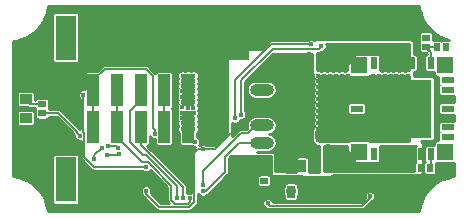
<source format=gbr>
G04 #@! TF.GenerationSoftware,KiCad,Pcbnew,5.0.1-33cea8e~68~ubuntu16.04.1*
G04 #@! TF.CreationDate,2018-10-31T23:40:33-04:00*
G04 #@! TF.ProjectId,motor controller,6D6F746F7220636F6E74726F6C6C6572,rev?*
G04 #@! TF.SameCoordinates,Original*
G04 #@! TF.FileFunction,Copper,L1,Top,Signal*
G04 #@! TF.FilePolarity,Positive*
%FSLAX46Y46*%
G04 Gerber Fmt 4.6, Leading zero omitted, Abs format (unit mm)*
G04 Created by KiCad (PCBNEW 5.0.1-33cea8e~68~ubuntu16.04.1) date Wed 31 Oct 2018 11:40:33 PM EDT*
%MOMM*%
%LPD*%
G01*
G04 APERTURE LIST*
G04 #@! TA.AperFunction,SMDPad,CuDef*
%ADD10R,1.050000X0.600000*%
G04 #@! TD*
G04 #@! TA.AperFunction,SMDPad,CuDef*
%ADD11R,1.450000X1.450000*%
G04 #@! TD*
G04 #@! TA.AperFunction,SMDPad,CuDef*
%ADD12R,0.600000X1.050000*%
G04 #@! TD*
G04 #@! TA.AperFunction,SMDPad,CuDef*
%ADD13R,5.000000X5.000000*%
G04 #@! TD*
G04 #@! TA.AperFunction,SMDPad,CuDef*
%ADD14O,2.000000X1.000000*%
G04 #@! TD*
G04 #@! TA.AperFunction,ComponentPad*
%ADD15C,1.700000*%
G04 #@! TD*
G04 #@! TA.AperFunction,SMDPad,CuDef*
%ADD16R,0.575000X0.650000*%
G04 #@! TD*
G04 #@! TA.AperFunction,SMDPad,CuDef*
%ADD17R,0.650000X0.575000*%
G04 #@! TD*
G04 #@! TA.AperFunction,SMDPad,CuDef*
%ADD18R,1.000000X0.820000*%
G04 #@! TD*
G04 #@! TA.AperFunction,SMDPad,CuDef*
%ADD19R,1.800000X3.800000*%
G04 #@! TD*
G04 #@! TA.AperFunction,SMDPad,CuDef*
%ADD20R,1.000000X2.700000*%
G04 #@! TD*
G04 #@! TA.AperFunction,SMDPad,CuDef*
%ADD21R,0.650000X1.060000*%
G04 #@! TD*
G04 #@! TA.AperFunction,ViaPad*
%ADD22C,0.410000*%
G04 #@! TD*
G04 #@! TA.AperFunction,Conductor*
%ADD23C,0.150000*%
G04 #@! TD*
G04 #@! TA.AperFunction,Conductor*
%ADD24C,0.254000*%
G04 #@! TD*
G04 APERTURE END LIST*
D10*
G04 #@! TO.P,IC2,2*
G04 #@! TO.N,Net-(IC2-Pad2)*
X37140000Y-11400000D03*
G04 #@! TO.P,IC2,3*
G04 #@! TO.N,Net-(IC2-Pad3)*
X37140000Y-10600000D03*
G04 #@! TO.P,IC2,4*
G04 #@! TO.N,+BATT*
X37140000Y-9800000D03*
G04 #@! TO.P,IC2,5*
G04 #@! TO.N,N/C*
X37140000Y-9000000D03*
G04 #@! TO.P,IC2,6*
G04 #@! TO.N,+BATT*
X37140000Y-8200000D03*
G04 #@! TO.P,IC2,7*
G04 #@! TO.N,N/C*
X37140000Y-7400000D03*
G04 #@! TO.P,IC2,8*
G04 #@! TO.N,FB*
X37140000Y-6600000D03*
D11*
G04 #@! TO.P,IC2,9*
G04 #@! TO.N,N/C*
X36940000Y-5350000D03*
D12*
G04 #@! TO.P,IC2,10*
G04 #@! TO.N,+3V3*
X35690000Y-5150000D03*
G04 #@! TO.P,IC2,11*
G04 #@! TO.N,+BATT*
X34890000Y-5150000D03*
G04 #@! TO.P,IC2,12*
G04 #@! TO.N,OUT1*
X34090000Y-5150000D03*
G04 #@! TO.P,IC2,13*
X33290000Y-5150000D03*
G04 #@! TO.P,IC2,14*
X32490000Y-5150000D03*
G04 #@! TO.P,IC2,15*
X31690000Y-5150000D03*
G04 #@! TO.P,IC2,16*
G04 #@! TO.N,Net-(IC2-Pad16)*
X30890000Y-5150000D03*
D11*
G04 #@! TO.P,IC2,17*
G04 #@! TO.N,N/C*
X29640000Y-5350000D03*
D10*
G04 #@! TO.P,IC2,18*
G04 #@! TO.N,GND*
X29440000Y-6600000D03*
G04 #@! TO.P,IC2,19*
X29440000Y-7400000D03*
G04 #@! TO.P,IC2,20*
X29440000Y-8200000D03*
G04 #@! TO.P,IC2,21*
G04 #@! TO.N,N/C*
X29440000Y-9000000D03*
G04 #@! TO.P,IC2,22*
G04 #@! TO.N,GND*
X29440000Y-9800000D03*
G04 #@! TO.P,IC2,23*
X29440000Y-10600000D03*
G04 #@! TO.P,IC2,24*
X29440000Y-11400000D03*
D11*
G04 #@! TO.P,IC2,25*
G04 #@! TO.N,N/C*
X29640000Y-12650000D03*
D12*
G04 #@! TO.P,IC2,26*
G04 #@! TO.N,Net-(IC2-Pad26)*
X30890000Y-12850000D03*
G04 #@! TO.P,IC2,27*
G04 #@! TO.N,OUT2*
X31690000Y-12850000D03*
G04 #@! TO.P,IC2,28*
X32490000Y-12850000D03*
G04 #@! TO.P,IC2,29*
X33290000Y-12850000D03*
G04 #@! TO.P,IC2,30*
X34090000Y-12850000D03*
G04 #@! TO.P,IC2,31*
G04 #@! TO.N,+BATT*
X34890000Y-12850000D03*
D13*
G04 #@! TO.P,IC2,33*
G04 #@! TO.N,GND*
X33290000Y-9000000D03*
D11*
G04 #@! TO.P,IC2,1*
G04 #@! TO.N,Net-(IC2-Pad1)*
X36940000Y-12650000D03*
D12*
G04 #@! TO.P,IC2,32*
G04 #@! TO.N,Net-(C6-Pad2)*
X35690000Y-12850000D03*
G04 #@! TD*
D14*
G04 #@! TO.P,J3,1*
G04 #@! TO.N,GND*
X21400000Y-7400000D03*
G04 #@! TO.P,J3,2*
G04 #@! TO.N,+3V3*
X21400000Y-8900000D03*
G04 #@! TO.P,J3,3*
G04 #@! TO.N,SWDIO*
X21400000Y-10400000D03*
G04 #@! TO.P,J3,4*
G04 #@! TO.N,SWCLK*
X21400000Y-11900000D03*
G04 #@! TD*
D15*
G04 #@! TO.P,M1,1*
G04 #@! TO.N,OUT2*
X28500000Y-13370000D03*
G04 #@! TO.P,M1,2*
G04 #@! TO.N,OUT1*
X28500000Y-4570000D03*
G04 #@! TD*
D16*
G04 #@! TO.P,C3,1*
G04 #@! TO.N,+3V3*
X25380000Y-11250000D03*
G04 #@! TO.P,C3,2*
G04 #@! TO.N,GND*
X26155000Y-11250000D03*
G04 #@! TD*
G04 #@! TO.P,C6,1*
G04 #@! TO.N,+BATT*
X34862500Y-14040000D03*
G04 #@! TO.P,C6,2*
G04 #@! TO.N,Net-(C6-Pad2)*
X35637500Y-14040000D03*
G04 #@! TD*
G04 #@! TO.P,R7,1*
G04 #@! TO.N,Net-(IC2-Pad3)*
X36975000Y-3800000D03*
G04 #@! TO.P,R7,2*
G04 #@! TO.N,+3V3*
X36200000Y-3800000D03*
G04 #@! TD*
D17*
G04 #@! TO.P,C8,2*
G04 #@! TO.N,+BATT*
X21590000Y-14344500D03*
G04 #@! TO.P,C8,1*
G04 #@! TO.N,GND*
X21590000Y-15119500D03*
G04 #@! TD*
G04 #@! TO.P,C9,1*
G04 #@! TO.N,+3V3*
X35300000Y-3775000D03*
G04 #@! TO.P,C9,2*
G04 #@! TO.N,GND*
X35300000Y-3000000D03*
G04 #@! TD*
D18*
G04 #@! TO.P,D1,2*
G04 #@! TO.N,Net-(D1-Pad2)*
X1400000Y-8200000D03*
G04 #@! TO.P,D1,1*
G04 #@! TO.N,GND*
X1400000Y-9800000D03*
G04 #@! TD*
D17*
G04 #@! TO.P,R2,1*
G04 #@! TO.N,Net-(D1-Pad2)*
X2790000Y-8612500D03*
G04 #@! TO.P,R2,2*
G04 #@! TO.N,signaling*
X2790000Y-9387500D03*
G04 #@! TD*
D19*
G04 #@! TO.P,J1,MP*
G04 #@! TO.N,N/C*
X4800000Y-3000000D03*
G04 #@! TO.P,J1,1*
G04 #@! TO.N,+BATT*
X19500000Y-3000000D03*
D20*
G04 #@! TO.P,J1,6*
G04 #@! TO.N,CS*
X7150000Y-7450000D03*
G04 #@! TO.P,J1,5*
G04 #@! TO.N,CommsSCK*
X9150000Y-7450000D03*
G04 #@! TO.P,J1,4*
G04 #@! TO.N,CommsMOSI*
X11150000Y-7450000D03*
G04 #@! TO.P,J1,3*
G04 #@! TO.N,Net-(J1-Pad3)*
X13150000Y-7450000D03*
G04 #@! TO.P,J1,2*
G04 #@! TO.N,GND*
X15150000Y-7450000D03*
G04 #@! TO.P,J1,1*
G04 #@! TO.N,+BATT*
X17150000Y-7450000D03*
G04 #@! TD*
G04 #@! TO.P,J2,1*
G04 #@! TO.N,CS*
X7150000Y-10550000D03*
G04 #@! TO.P,J2,2*
G04 #@! TO.N,CommsSCK*
X9150000Y-10550000D03*
G04 #@! TO.P,J2,3*
G04 #@! TO.N,CommsMISO*
X11150000Y-10550000D03*
G04 #@! TO.P,J2,4*
G04 #@! TO.N,Net-(J1-Pad3)*
X13150000Y-10550000D03*
G04 #@! TO.P,J2,5*
G04 #@! TO.N,GND*
X15150000Y-10550000D03*
G04 #@! TO.P,J2,6*
G04 #@! TO.N,+BATT*
X17150000Y-10550000D03*
D19*
G04 #@! TO.P,J2,MP*
G04 #@! TO.N,N/C*
X4800000Y-15000000D03*
G04 #@! TO.P,J2,6*
G04 #@! TO.N,+BATT*
X19500000Y-15000000D03*
G04 #@! TD*
D21*
G04 #@! TO.P,U2,1*
G04 #@! TO.N,+BATT*
X22940000Y-16040000D03*
G04 #@! TO.P,U2,2*
G04 #@! TO.N,GND*
X23890000Y-16040000D03*
G04 #@! TO.P,U2,3*
G04 #@! TO.N,+BATT*
X24840000Y-16040000D03*
G04 #@! TO.P,U2,4*
G04 #@! TO.N,N/C*
X24840000Y-13840000D03*
G04 #@! TO.P,U2,5*
G04 #@! TO.N,+3V3*
X22940000Y-13840000D03*
G04 #@! TD*
D22*
G04 #@! TO.N,GND*
X29510000Y-10950000D03*
X29430000Y-6940000D03*
X26200000Y-11700000D03*
X26700000Y-11700000D03*
X27200000Y-11700000D03*
X27700000Y-11700000D03*
X28200000Y-11700000D03*
X28700000Y-11700000D03*
X28700000Y-11200000D03*
X28200000Y-11200000D03*
X27700000Y-11200000D03*
X27200000Y-11200000D03*
X26700000Y-11200000D03*
X26200000Y-10700000D03*
X26700000Y-10700000D03*
X27200000Y-10700000D03*
X27700000Y-10700000D03*
X28200000Y-10700000D03*
X28700000Y-10700000D03*
X28700000Y-10200000D03*
X28200000Y-10200000D03*
X27700000Y-10200000D03*
X27200000Y-10200000D03*
X26700000Y-10200000D03*
X26200000Y-10200000D03*
X26200000Y-9700000D03*
X26700000Y-9700000D03*
X27200000Y-9700000D03*
X27700000Y-9700000D03*
X28200000Y-9700000D03*
X28700000Y-9700000D03*
X28200000Y-9200000D03*
X27700000Y-9200000D03*
X27200000Y-9200000D03*
X26700000Y-9200000D03*
X26200000Y-9200000D03*
X26200000Y-8700000D03*
X26700000Y-8700000D03*
X27200000Y-8700000D03*
X27700000Y-8700000D03*
X28200000Y-8700000D03*
X28700000Y-8200000D03*
X28200000Y-8200000D03*
X27700000Y-8200000D03*
X27200000Y-8200000D03*
X26700000Y-8200000D03*
X26200000Y-8200000D03*
X28700000Y-7700000D03*
X28200000Y-7700000D03*
X27700000Y-7700000D03*
X27200000Y-7700000D03*
X26700000Y-7700000D03*
X26200000Y-7700000D03*
X26200000Y-7200000D03*
X26700000Y-7200000D03*
X27200000Y-7200000D03*
X27700000Y-7200000D03*
X28200000Y-7200000D03*
X28700000Y-7200000D03*
X28700000Y-6700000D03*
X28200000Y-6700000D03*
X27700000Y-6700000D03*
X27200000Y-6700000D03*
X26700000Y-6700000D03*
X26200000Y-6700000D03*
X30800000Y-11700000D03*
X31300000Y-11700000D03*
X31800000Y-11700000D03*
X32300000Y-11700000D03*
X32800000Y-11700000D03*
X33300000Y-11700000D03*
X33800000Y-11700000D03*
X30300000Y-11200000D03*
X30300000Y-10700000D03*
X30300000Y-10200000D03*
X30300000Y-9700000D03*
X30300000Y-9200000D03*
X30300000Y-8700000D03*
X30300000Y-8200000D03*
X30300000Y-7700000D03*
X30300000Y-7200000D03*
X30300000Y-6700000D03*
X33800000Y-6200000D03*
X33300000Y-6200000D03*
X32800000Y-6200000D03*
X32300000Y-6200000D03*
X31800000Y-6200000D03*
X31300000Y-6200000D03*
X30800000Y-6200000D03*
X28700000Y-6200000D03*
X28200000Y-6200000D03*
X27700000Y-6200000D03*
X27200000Y-6200000D03*
X26700000Y-6200000D03*
X26200000Y-6200000D03*
X1400000Y-9800000D03*
X21400000Y-7400000D03*
X15150000Y-8950000D03*
X15150000Y-10250000D03*
X15150000Y-9800000D03*
X15650000Y-9400000D03*
X15650000Y-9400000D03*
X15150000Y-9350000D03*
X15600000Y-8950000D03*
X15150000Y-8450000D03*
X15150000Y-8000000D03*
X15150000Y-7550000D03*
X14700000Y-6200000D03*
X15150000Y-6200000D03*
X15600000Y-6200000D03*
X15600000Y-6650000D03*
X15150000Y-6650000D03*
X14700000Y-6650000D03*
X14700000Y-7100000D03*
X15150000Y-7100000D03*
X15600000Y-7100000D03*
X15600000Y-7550000D03*
X14650000Y-7550000D03*
X14650000Y-8000000D03*
X15600000Y-8000000D03*
X15600000Y-8450000D03*
X14700000Y-8450000D03*
X14650000Y-8900000D03*
X14650000Y-9350000D03*
X15650000Y-9400000D03*
X14650000Y-9800000D03*
X15600000Y-9850000D03*
X14700000Y-10250000D03*
X15600000Y-10300000D03*
X15600000Y-10750000D03*
X14700000Y-10750000D03*
X21600000Y-15100000D03*
X33800000Y-6700000D03*
X33300000Y-6700000D03*
X32800000Y-6700000D03*
X32300000Y-6700000D03*
X31800000Y-6700000D03*
X31300000Y-6700000D03*
X30800000Y-6700000D03*
X30800000Y-7200000D03*
X31300000Y-7200000D03*
X31800000Y-7200000D03*
X32300000Y-7200000D03*
X32800000Y-7200000D03*
X33300000Y-7200000D03*
X33800000Y-7200000D03*
X33800000Y-7700000D03*
X33300000Y-7700000D03*
X32800000Y-7700000D03*
X32300000Y-7700000D03*
X31800000Y-7700000D03*
X31300000Y-7700000D03*
X30800000Y-7700000D03*
X30800000Y-8200000D03*
X31300000Y-8200000D03*
X31800000Y-8200000D03*
X32300000Y-8200000D03*
X32800000Y-8200000D03*
X33300000Y-8200000D03*
X33800000Y-8200000D03*
X33800000Y-8700000D03*
X33300000Y-8700000D03*
X32800000Y-8700000D03*
X32300000Y-8700000D03*
X31800000Y-8700000D03*
X31300000Y-8700000D03*
X30800000Y-8700000D03*
X30800000Y-9200000D03*
X31300000Y-9200000D03*
X31800000Y-9200000D03*
X32300000Y-9200000D03*
X32800000Y-9200000D03*
X33300000Y-9200000D03*
X33800000Y-9200000D03*
X33800000Y-9700000D03*
X33300000Y-9700000D03*
X32800000Y-9700000D03*
X32300000Y-9700000D03*
X31800000Y-9700000D03*
X31300000Y-9700000D03*
X30800000Y-9700000D03*
X30800000Y-10200000D03*
X31300000Y-10200000D03*
X31800000Y-10200000D03*
X32300000Y-10200000D03*
X32800000Y-10200000D03*
X33300000Y-10200000D03*
X33800000Y-10200000D03*
X33800000Y-10700000D03*
X33300000Y-10700000D03*
X32800000Y-10700000D03*
X32300000Y-10700000D03*
X31800000Y-10700000D03*
X31300000Y-10700000D03*
X30800000Y-10700000D03*
X30800000Y-11200000D03*
X31300000Y-11200000D03*
X31800000Y-11200000D03*
X32300000Y-11200000D03*
X32800000Y-11200000D03*
X33300000Y-11200000D03*
X33800000Y-11200000D03*
X26200000Y-11200000D03*
X24130000Y-16002000D03*
X29130000Y-6490000D03*
X29700000Y-6480000D03*
X29120000Y-7500000D03*
X29780000Y-7510000D03*
X29410000Y-7930000D03*
X29140000Y-8400000D03*
X29800000Y-8370000D03*
X29170000Y-9650000D03*
X29790000Y-9650000D03*
X29470000Y-10090000D03*
X29150000Y-10520000D03*
X29800000Y-10510000D03*
X29140000Y-11400000D03*
X29760000Y-11440000D03*
X15750000Y-11800000D03*
X7880000Y-12300000D03*
X7230000Y-13250000D03*
X23622000Y-16002990D03*
X35300000Y-2992990D03*
G04 #@! TO.N,+3V3*
X16400000Y-12450000D03*
X16400000Y-12450000D03*
X11600000Y-15950000D03*
X11600000Y-13950000D03*
X6300000Y-7830000D03*
X35300000Y-3827010D03*
X25400000Y-4420000D03*
G04 #@! TO.N,+BATT*
X17150000Y-8450000D03*
X17150000Y-7950000D03*
X17150000Y-7550000D03*
X16650000Y-6200000D03*
X16700000Y-6650000D03*
X17150000Y-7100000D03*
X17600000Y-7100000D03*
X17600000Y-7550000D03*
X17600000Y-8000000D03*
X17600000Y-8450000D03*
G04 #@! TO.N,FB*
X19150000Y-9840000D03*
X37072990Y-6583267D03*
X25540000Y-3550000D03*
G04 #@! TO.N,CS*
X12317998Y-11117998D03*
G04 #@! TO.N,MISO*
X8403000Y-12160305D03*
X9260000Y-12320000D03*
G04 #@! TO.N,Net-(IC2-Pad1)*
X36977010Y-12650000D03*
G04 #@! TO.N,Net-(IC2-Pad2)*
X37140000Y-11400000D03*
G04 #@! TO.N,Net-(IC2-Pad3)*
X36975000Y-3800000D03*
X37140000Y-10600000D03*
G04 #@! TO.N,Net-(IC2-Pad16)*
X19632200Y-9532200D03*
X26420000Y-3710000D03*
X30890000Y-5150000D03*
G04 #@! TO.N,Net-(IC2-Pad26)*
X30860000Y-12920000D03*
X21910000Y-17010000D03*
X30560000Y-16430000D03*
G04 #@! TO.N,SCK*
X8320000Y-12950000D03*
X9290000Y-12880000D03*
G04 #@! TO.N,SWDIO*
X16400000Y-15450000D03*
G04 #@! TO.N,SWCLK*
X16400000Y-15987013D03*
G04 #@! TO.N,signaling*
X5980000Y-11300000D03*
G04 #@! TO.N,CommsSCK*
X15287003Y-16600000D03*
G04 #@! TO.N,CommsMOSI*
X14212997Y-16600000D03*
G04 #@! TO.N,CommsMISO*
X14750000Y-16600000D03*
G04 #@! TD*
D23*
G04 #@! TO.N,GND*
X7230000Y-12950000D02*
X7880000Y-12300000D01*
X7230000Y-13250000D02*
X7230000Y-12950000D01*
G04 #@! TO.N,+3V3*
X11600000Y-16225000D02*
X11600000Y-15950000D01*
X15694004Y-16874663D02*
X15231657Y-17337010D01*
X15231657Y-17337010D02*
X12712010Y-17337010D01*
X16400000Y-12450000D02*
X16040000Y-12450000D01*
X16040000Y-12450000D02*
X15700000Y-12790000D01*
X15700000Y-12790000D02*
X15700000Y-16368008D01*
X12712010Y-17337010D02*
X11600000Y-16225000D01*
X15694004Y-16374004D02*
X15694004Y-16874663D01*
X15700000Y-16368008D02*
X15694004Y-16374004D01*
X17463602Y-12450000D02*
X18833602Y-11080000D01*
X16400000Y-12450000D02*
X17463602Y-12450000D01*
X11100000Y-13950000D02*
X11090000Y-13960000D01*
X11600000Y-13950000D02*
X11100000Y-13950000D01*
X11090000Y-13960000D02*
X7230000Y-13960000D01*
X6387001Y-11104639D02*
X6300000Y-11017638D01*
X6387001Y-13117001D02*
X6387001Y-11104639D01*
X7230000Y-13960000D02*
X6387001Y-13117001D01*
X6300000Y-11017638D02*
X6300000Y-7830000D01*
X35690000Y-4217010D02*
X35504999Y-4032009D01*
X35327010Y-3800000D02*
X35300000Y-3827010D01*
X35504999Y-4032009D02*
X35300000Y-3827010D01*
X36200000Y-3800000D02*
X35327010Y-3800000D01*
X35690000Y-5150000D02*
X35690000Y-4217010D01*
G04 #@! TO.N,FB*
X19150000Y-6620000D02*
X22220000Y-3550000D01*
X19150000Y-9840000D02*
X19150000Y-6620000D01*
X25250087Y-3550000D02*
X25540000Y-3550000D01*
X22220000Y-3550000D02*
X25250087Y-3550000D01*
G04 #@! TO.N,Net-(C6-Pad2)*
X35690000Y-13987500D02*
X35637500Y-14040000D01*
X35690000Y-12850000D02*
X35690000Y-13987500D01*
G04 #@! TO.N,CS*
X7150000Y-10550000D02*
X7150000Y-7450000D01*
X12317998Y-10828085D02*
X12150000Y-10660087D01*
X12317998Y-11117998D02*
X12317998Y-10828085D01*
X12150000Y-6236398D02*
X11573602Y-5660000D01*
X12150000Y-10660087D02*
X12150000Y-6236398D01*
X7150000Y-6600000D02*
X7150000Y-7450000D01*
X8090000Y-5660000D02*
X7150000Y-6600000D01*
X11573602Y-5660000D02*
X8090000Y-5660000D01*
G04 #@! TO.N,MISO*
X9100305Y-12160305D02*
X9260000Y-12320000D01*
X8403000Y-12160305D02*
X9100305Y-12160305D01*
G04 #@! TO.N,Net-(IC2-Pad16)*
X26215001Y-3914999D02*
X26420000Y-3710000D01*
X19632200Y-9532200D02*
X19632200Y-6597800D01*
X19632200Y-6597800D02*
X22315001Y-3914999D01*
X26172998Y-3957002D02*
X26215001Y-3914999D01*
X25344638Y-3957002D02*
X26172998Y-3957002D01*
X22315001Y-3914999D02*
X25302635Y-3914999D01*
X25302635Y-3914999D02*
X25344638Y-3957002D01*
G04 #@! TO.N,Net-(IC2-Pad26)*
X22114999Y-17214999D02*
X25875001Y-17214999D01*
X21910000Y-17010000D02*
X22114999Y-17214999D01*
X25875001Y-17214999D02*
X29895001Y-17214999D01*
X30560000Y-16550000D02*
X30560000Y-16430000D01*
X29895001Y-17214999D02*
X30560000Y-16550000D01*
G04 #@! TO.N,SCK*
X9220000Y-12950000D02*
X9290000Y-12880000D01*
X8320000Y-12950000D02*
X9220000Y-12950000D01*
G04 #@! TO.N,SWDIO*
X16400000Y-15450000D02*
X16400000Y-14250000D01*
X16400000Y-14250000D02*
X19600000Y-11050000D01*
X20250000Y-11050000D02*
X20900000Y-10400000D01*
X19600000Y-11050000D02*
X20250000Y-11050000D01*
X20900000Y-10400000D02*
X21400000Y-10400000D01*
G04 #@! TO.N,SWCLK*
X18267011Y-13069387D02*
X19436398Y-11900000D01*
X16400000Y-15987013D02*
X16689913Y-15987013D01*
X19436398Y-11900000D02*
X20250000Y-11900000D01*
X20250000Y-11900000D02*
X21400000Y-11900000D01*
X18267011Y-14409915D02*
X18267011Y-13069387D01*
X16689913Y-15987013D02*
X18267011Y-14409915D01*
G04 #@! TO.N,Net-(D1-Pad2)*
X1400000Y-8200000D02*
X1400000Y-8260000D01*
X1752500Y-8612500D02*
X2790000Y-8612500D01*
X1400000Y-8260000D02*
X1752500Y-8612500D01*
G04 #@! TO.N,signaling*
X5775001Y-11095001D02*
X5775001Y-10975001D01*
X5980000Y-11300000D02*
X5775001Y-11095001D01*
X4187500Y-9387500D02*
X2790000Y-9387500D01*
X5775001Y-10975001D02*
X4187500Y-9387500D01*
G04 #@! TO.N,CommsSCK*
X9150000Y-10550000D02*
X9150000Y-7450000D01*
X9150000Y-11400000D02*
X11292999Y-13542999D01*
X13720000Y-15530000D02*
X13720000Y-16709365D01*
X11795361Y-13542999D02*
X12007001Y-13754639D01*
X12007001Y-13817001D02*
X13720000Y-15530000D01*
X11292999Y-13542999D02*
X11795361Y-13542999D01*
X13720000Y-16709365D02*
X14070635Y-17060000D01*
X12007001Y-13754639D02*
X12007001Y-13817001D01*
X15116916Y-17060000D02*
X15287003Y-16889913D01*
X14070635Y-17060000D02*
X15116916Y-17060000D01*
X9150000Y-10550000D02*
X9150000Y-11400000D01*
X15287003Y-16889913D02*
X15287003Y-16600000D01*
G04 #@! TO.N,CommsMOSI*
X11150000Y-7450000D02*
X11150000Y-8300000D01*
X10240000Y-11853602D02*
X11336398Y-12950000D01*
X10240000Y-9210000D02*
X10240000Y-11853602D01*
X11594114Y-12950000D02*
X14212997Y-15568883D01*
X14212997Y-16310087D02*
X14212997Y-16600000D01*
X11336398Y-12950000D02*
X11594114Y-12950000D01*
X11150000Y-8300000D02*
X10240000Y-9210000D01*
X14212997Y-15568883D02*
X14212997Y-16310087D01*
G04 #@! TO.N,Net-(J1-Pad3)*
X13150000Y-9050000D02*
X13150000Y-7450000D01*
X13150000Y-10550000D02*
X13150000Y-9050000D01*
G04 #@! TO.N,CommsMISO*
X11150000Y-10550000D02*
X11150000Y-9700000D01*
X11150000Y-12050000D02*
X14750000Y-15650000D01*
X14750000Y-15650000D02*
X14750000Y-16600000D01*
X11150000Y-10550000D02*
X11150000Y-12050000D01*
G04 #@! TD*
D24*
G04 #@! TO.N,GND*
G36*
X28731876Y-6258124D02*
X28815894Y-6314263D01*
X28915000Y-6333976D01*
X30365000Y-6333976D01*
X30464106Y-6314263D01*
X30548124Y-6258124D01*
X30550880Y-6254000D01*
X33873000Y-6254000D01*
X33873000Y-11746000D01*
X30550880Y-11746000D01*
X30548124Y-11741876D01*
X30464106Y-11685737D01*
X30365000Y-11666024D01*
X28915000Y-11666024D01*
X28815894Y-11685737D01*
X28731876Y-11741876D01*
X28729120Y-11746000D01*
X27253396Y-11746000D01*
X26506771Y-11726090D01*
X26402798Y-11745335D01*
X26401803Y-11746000D01*
X26254000Y-11746000D01*
X26254000Y-8700000D01*
X28656024Y-8700000D01*
X28656024Y-9300000D01*
X28675737Y-9399106D01*
X28731876Y-9483124D01*
X28815894Y-9539263D01*
X28915000Y-9558976D01*
X29965000Y-9558976D01*
X30064106Y-9539263D01*
X30148124Y-9483124D01*
X30204263Y-9399106D01*
X30223976Y-9300000D01*
X30223976Y-8700000D01*
X30204263Y-8600894D01*
X30148124Y-8516876D01*
X30064106Y-8460737D01*
X29965000Y-8441024D01*
X28915000Y-8441024D01*
X28815894Y-8460737D01*
X28731876Y-8516876D01*
X28675737Y-8600894D01*
X28656024Y-8700000D01*
X26254000Y-8700000D01*
X26254000Y-6254000D01*
X28729120Y-6254000D01*
X28731876Y-6258124D01*
X28731876Y-6258124D01*
G37*
X28731876Y-6258124D02*
X28815894Y-6314263D01*
X28915000Y-6333976D01*
X30365000Y-6333976D01*
X30464106Y-6314263D01*
X30548124Y-6258124D01*
X30550880Y-6254000D01*
X33873000Y-6254000D01*
X33873000Y-11746000D01*
X30550880Y-11746000D01*
X30548124Y-11741876D01*
X30464106Y-11685737D01*
X30365000Y-11666024D01*
X28915000Y-11666024D01*
X28815894Y-11685737D01*
X28731876Y-11741876D01*
X28729120Y-11746000D01*
X27253396Y-11746000D01*
X26506771Y-11726090D01*
X26402798Y-11745335D01*
X26401803Y-11746000D01*
X26254000Y-11746000D01*
X26254000Y-8700000D01*
X28656024Y-8700000D01*
X28656024Y-9300000D01*
X28675737Y-9399106D01*
X28731876Y-9483124D01*
X28815894Y-9539263D01*
X28915000Y-9558976D01*
X29965000Y-9558976D01*
X30064106Y-9539263D01*
X30148124Y-9483124D01*
X30204263Y-9399106D01*
X30223976Y-9300000D01*
X30223976Y-8700000D01*
X30204263Y-8600894D01*
X30148124Y-8516876D01*
X30064106Y-8460737D01*
X29965000Y-8441024D01*
X28915000Y-8441024D01*
X28815894Y-8460737D01*
X28731876Y-8516876D01*
X28675737Y-8600894D01*
X28656024Y-8700000D01*
X26254000Y-8700000D01*
X26254000Y-6254000D01*
X28729120Y-6254000D01*
X28731876Y-6258124D01*
G04 #@! TO.N,OUT2*
G36*
X27016524Y-12120819D02*
X27108699Y-12159000D01*
X27291301Y-12159000D01*
X27368555Y-12127000D01*
X27531445Y-12127000D01*
X27608699Y-12159000D01*
X27791301Y-12159000D01*
X27868555Y-12127000D01*
X28031445Y-12127000D01*
X28108699Y-12159000D01*
X28291301Y-12159000D01*
X28368555Y-12127000D01*
X28531445Y-12127000D01*
X28608699Y-12159000D01*
X28656024Y-12159000D01*
X28656024Y-13375000D01*
X28675737Y-13474106D01*
X28731876Y-13558124D01*
X28815894Y-13614263D01*
X28915000Y-13633976D01*
X30365000Y-13633976D01*
X30464106Y-13614263D01*
X30477500Y-13605313D01*
X30490894Y-13614263D01*
X30590000Y-13633976D01*
X31190000Y-13633976D01*
X31289106Y-13614263D01*
X31373124Y-13558124D01*
X31429263Y-13474106D01*
X31448976Y-13375000D01*
X31448976Y-12325000D01*
X31429263Y-12225894D01*
X31384566Y-12159000D01*
X31391301Y-12159000D01*
X31468555Y-12127000D01*
X31631445Y-12127000D01*
X31708699Y-12159000D01*
X31891301Y-12159000D01*
X31968555Y-12127000D01*
X32131445Y-12127000D01*
X32208699Y-12159000D01*
X32391301Y-12159000D01*
X32468555Y-12127000D01*
X32631445Y-12127000D01*
X32708699Y-12159000D01*
X32891301Y-12159000D01*
X32968555Y-12127000D01*
X33131445Y-12127000D01*
X33208699Y-12159000D01*
X33391301Y-12159000D01*
X33468555Y-12127000D01*
X33631445Y-12127000D01*
X33708699Y-12159000D01*
X33891301Y-12159000D01*
X33968555Y-12127000D01*
X34429140Y-12127000D01*
X34406876Y-12141876D01*
X34350737Y-12225894D01*
X34331024Y-12325000D01*
X34331024Y-13375000D01*
X34350737Y-13474106D01*
X34390607Y-13533775D01*
X34335737Y-13615894D01*
X34316024Y-13715000D01*
X34316024Y-14271833D01*
X26627000Y-14253305D01*
X26627000Y-12159000D01*
X26791301Y-12159000D01*
X26891524Y-12117486D01*
X27016524Y-12120819D01*
X27016524Y-12120819D01*
G37*
X27016524Y-12120819D02*
X27108699Y-12159000D01*
X27291301Y-12159000D01*
X27368555Y-12127000D01*
X27531445Y-12127000D01*
X27608699Y-12159000D01*
X27791301Y-12159000D01*
X27868555Y-12127000D01*
X28031445Y-12127000D01*
X28108699Y-12159000D01*
X28291301Y-12159000D01*
X28368555Y-12127000D01*
X28531445Y-12127000D01*
X28608699Y-12159000D01*
X28656024Y-12159000D01*
X28656024Y-13375000D01*
X28675737Y-13474106D01*
X28731876Y-13558124D01*
X28815894Y-13614263D01*
X28915000Y-13633976D01*
X30365000Y-13633976D01*
X30464106Y-13614263D01*
X30477500Y-13605313D01*
X30490894Y-13614263D01*
X30590000Y-13633976D01*
X31190000Y-13633976D01*
X31289106Y-13614263D01*
X31373124Y-13558124D01*
X31429263Y-13474106D01*
X31448976Y-13375000D01*
X31448976Y-12325000D01*
X31429263Y-12225894D01*
X31384566Y-12159000D01*
X31391301Y-12159000D01*
X31468555Y-12127000D01*
X31631445Y-12127000D01*
X31708699Y-12159000D01*
X31891301Y-12159000D01*
X31968555Y-12127000D01*
X32131445Y-12127000D01*
X32208699Y-12159000D01*
X32391301Y-12159000D01*
X32468555Y-12127000D01*
X32631445Y-12127000D01*
X32708699Y-12159000D01*
X32891301Y-12159000D01*
X32968555Y-12127000D01*
X33131445Y-12127000D01*
X33208699Y-12159000D01*
X33391301Y-12159000D01*
X33468555Y-12127000D01*
X33631445Y-12127000D01*
X33708699Y-12159000D01*
X33891301Y-12159000D01*
X33968555Y-12127000D01*
X34429140Y-12127000D01*
X34406876Y-12141876D01*
X34350737Y-12225894D01*
X34331024Y-12325000D01*
X34331024Y-13375000D01*
X34350737Y-13474106D01*
X34390607Y-13533775D01*
X34335737Y-13615894D01*
X34316024Y-13715000D01*
X34316024Y-14271833D01*
X26627000Y-14253305D01*
X26627000Y-12159000D01*
X26791301Y-12159000D01*
X26891524Y-12117486D01*
X27016524Y-12120819D01*
G04 #@! TO.N,OUT1*
G36*
X33873000Y-3526843D02*
X33873000Y-5741000D01*
X33708699Y-5741000D01*
X33550000Y-5806736D01*
X33391301Y-5741000D01*
X33208699Y-5741000D01*
X33050000Y-5806736D01*
X32891301Y-5741000D01*
X32708699Y-5741000D01*
X32550000Y-5806736D01*
X32391301Y-5741000D01*
X32208699Y-5741000D01*
X32050000Y-5806736D01*
X31891301Y-5741000D01*
X31708699Y-5741000D01*
X31550000Y-5806736D01*
X31432457Y-5758048D01*
X31448976Y-5675000D01*
X31448976Y-4625000D01*
X31429263Y-4525894D01*
X31373124Y-4441876D01*
X31289106Y-4385737D01*
X31190000Y-4366024D01*
X30590000Y-4366024D01*
X30490894Y-4385737D01*
X30477500Y-4394687D01*
X30464106Y-4385737D01*
X30365000Y-4366024D01*
X28915000Y-4366024D01*
X28815894Y-4385737D01*
X28731876Y-4441876D01*
X28675737Y-4525894D01*
X28656024Y-4625000D01*
X28656024Y-5741000D01*
X28608699Y-5741000D01*
X28450000Y-5806736D01*
X28291301Y-5741000D01*
X28108699Y-5741000D01*
X27950000Y-5806736D01*
X27791301Y-5741000D01*
X27608699Y-5741000D01*
X27450000Y-5806736D01*
X27291301Y-5741000D01*
X27108699Y-5741000D01*
X26950000Y-5806736D01*
X26791301Y-5741000D01*
X26608699Y-5741000D01*
X26450000Y-5806736D01*
X26291301Y-5741000D01*
X26108699Y-5741000D01*
X26055188Y-5763165D01*
X26043869Y-4286002D01*
X26140602Y-4286002D01*
X26172998Y-4292446D01*
X26205394Y-4286002D01*
X26205399Y-4286002D01*
X26301367Y-4266913D01*
X26410193Y-4194197D01*
X26427029Y-4169000D01*
X26511301Y-4169000D01*
X26680002Y-4099121D01*
X26809121Y-3970002D01*
X26879000Y-3801301D01*
X26879000Y-3618699D01*
X26837349Y-3518146D01*
X33873000Y-3526843D01*
X33873000Y-3526843D01*
G37*
X33873000Y-3526843D02*
X33873000Y-5741000D01*
X33708699Y-5741000D01*
X33550000Y-5806736D01*
X33391301Y-5741000D01*
X33208699Y-5741000D01*
X33050000Y-5806736D01*
X32891301Y-5741000D01*
X32708699Y-5741000D01*
X32550000Y-5806736D01*
X32391301Y-5741000D01*
X32208699Y-5741000D01*
X32050000Y-5806736D01*
X31891301Y-5741000D01*
X31708699Y-5741000D01*
X31550000Y-5806736D01*
X31432457Y-5758048D01*
X31448976Y-5675000D01*
X31448976Y-4625000D01*
X31429263Y-4525894D01*
X31373124Y-4441876D01*
X31289106Y-4385737D01*
X31190000Y-4366024D01*
X30590000Y-4366024D01*
X30490894Y-4385737D01*
X30477500Y-4394687D01*
X30464106Y-4385737D01*
X30365000Y-4366024D01*
X28915000Y-4366024D01*
X28815894Y-4385737D01*
X28731876Y-4441876D01*
X28675737Y-4525894D01*
X28656024Y-4625000D01*
X28656024Y-5741000D01*
X28608699Y-5741000D01*
X28450000Y-5806736D01*
X28291301Y-5741000D01*
X28108699Y-5741000D01*
X27950000Y-5806736D01*
X27791301Y-5741000D01*
X27608699Y-5741000D01*
X27450000Y-5806736D01*
X27291301Y-5741000D01*
X27108699Y-5741000D01*
X26950000Y-5806736D01*
X26791301Y-5741000D01*
X26608699Y-5741000D01*
X26450000Y-5806736D01*
X26291301Y-5741000D01*
X26108699Y-5741000D01*
X26055188Y-5763165D01*
X26043869Y-4286002D01*
X26140602Y-4286002D01*
X26172998Y-4292446D01*
X26205394Y-4286002D01*
X26205399Y-4286002D01*
X26301367Y-4266913D01*
X26410193Y-4194197D01*
X26427029Y-4169000D01*
X26511301Y-4169000D01*
X26680002Y-4099121D01*
X26809121Y-3970002D01*
X26879000Y-3801301D01*
X26879000Y-3618699D01*
X26837349Y-3518146D01*
X33873000Y-3526843D01*
G04 #@! TO.N,+3V3*
G36*
X25676007Y-6001946D02*
X25695335Y-6097202D01*
X25741000Y-6165544D01*
X25741000Y-6291301D01*
X25806736Y-6450000D01*
X25741000Y-6608699D01*
X25741000Y-6791301D01*
X25806736Y-6950000D01*
X25741000Y-7108699D01*
X25741000Y-7291301D01*
X25806736Y-7450000D01*
X25741000Y-7608699D01*
X25741000Y-7791301D01*
X25806736Y-7950000D01*
X25741000Y-8108699D01*
X25741000Y-8291301D01*
X25806736Y-8450000D01*
X25741000Y-8608699D01*
X25741000Y-8791301D01*
X25806736Y-8950000D01*
X25741000Y-9108699D01*
X25741000Y-9291301D01*
X25806736Y-9450000D01*
X25741000Y-9608699D01*
X25741000Y-9791301D01*
X25806736Y-9950000D01*
X25741000Y-10108699D01*
X25741000Y-10291301D01*
X25806736Y-10450000D01*
X25741000Y-10608699D01*
X25741000Y-10704041D01*
X25684376Y-10741876D01*
X25628237Y-10825894D01*
X25608524Y-10925000D01*
X25608524Y-11575000D01*
X25628237Y-11674106D01*
X25684376Y-11758124D01*
X25743668Y-11797741D01*
X25810879Y-11960002D01*
X25878493Y-12027616D01*
X25882667Y-12048601D01*
X25910197Y-12089803D01*
X25951399Y-12117333D01*
X26000000Y-12127000D01*
X26031445Y-12127000D01*
X26108699Y-12159000D01*
X26246000Y-12159000D01*
X26246000Y-14360570D01*
X25423976Y-14350400D01*
X25423976Y-13310000D01*
X25404263Y-13210894D01*
X25348124Y-13126876D01*
X25264106Y-13070737D01*
X25165000Y-13051024D01*
X24515000Y-13051024D01*
X24415894Y-13070737D01*
X24331876Y-13126876D01*
X24275737Y-13210894D01*
X24256024Y-13310000D01*
X24256024Y-14335952D01*
X22528539Y-14314581D01*
X22546991Y-12801549D01*
X22537917Y-12752834D01*
X22510891Y-12711299D01*
X22470028Y-12683269D01*
X22421730Y-12673012D01*
X21026240Y-12654000D01*
X21974259Y-12654000D01*
X22194196Y-12610252D01*
X22443603Y-12443603D01*
X22610252Y-12194196D01*
X22668771Y-11900000D01*
X22610252Y-11605804D01*
X22443603Y-11356397D01*
X22194196Y-11189748D01*
X21994368Y-11150000D01*
X22194196Y-11110252D01*
X22443603Y-10943603D01*
X22610252Y-10694196D01*
X22668771Y-10400000D01*
X22610252Y-10105804D01*
X22443603Y-9856397D01*
X22194196Y-9689748D01*
X21974259Y-9646000D01*
X20825741Y-9646000D01*
X20605804Y-9689748D01*
X20356397Y-9856397D01*
X20189748Y-10105804D01*
X20131229Y-10400000D01*
X20181582Y-10653142D01*
X20113724Y-10721000D01*
X19632396Y-10721000D01*
X19599999Y-10714556D01*
X19567603Y-10721000D01*
X19567599Y-10721000D01*
X19471631Y-10740089D01*
X19362805Y-10812805D01*
X19344452Y-10840272D01*
X18877000Y-11307724D01*
X18877000Y-10216123D01*
X18889998Y-10229121D01*
X19058699Y-10299000D01*
X19241301Y-10299000D01*
X19410002Y-10229121D01*
X19539121Y-10100002D01*
X19584189Y-9991200D01*
X19723501Y-9991200D01*
X19892202Y-9921321D01*
X20021321Y-9792202D01*
X20091200Y-9623501D01*
X20091200Y-9440899D01*
X20021321Y-9272198D01*
X19961200Y-9212077D01*
X19961200Y-7400000D01*
X20131229Y-7400000D01*
X20189748Y-7694196D01*
X20356397Y-7943603D01*
X20605804Y-8110252D01*
X20825741Y-8154000D01*
X21974259Y-8154000D01*
X22194196Y-8110252D01*
X22443603Y-7943603D01*
X22610252Y-7694196D01*
X22668771Y-7400000D01*
X22610252Y-7105804D01*
X22443603Y-6856397D01*
X22194196Y-6689748D01*
X21974259Y-6646000D01*
X20825741Y-6646000D01*
X20605804Y-6689748D01*
X20356397Y-6856397D01*
X20189748Y-7105804D01*
X20131229Y-7400000D01*
X19961200Y-7400000D01*
X19961200Y-6734076D01*
X22318276Y-4377000D01*
X25663555Y-4377000D01*
X25676007Y-6001946D01*
X25676007Y-6001946D01*
G37*
X25676007Y-6001946D02*
X25695335Y-6097202D01*
X25741000Y-6165544D01*
X25741000Y-6291301D01*
X25806736Y-6450000D01*
X25741000Y-6608699D01*
X25741000Y-6791301D01*
X25806736Y-6950000D01*
X25741000Y-7108699D01*
X25741000Y-7291301D01*
X25806736Y-7450000D01*
X25741000Y-7608699D01*
X25741000Y-7791301D01*
X25806736Y-7950000D01*
X25741000Y-8108699D01*
X25741000Y-8291301D01*
X25806736Y-8450000D01*
X25741000Y-8608699D01*
X25741000Y-8791301D01*
X25806736Y-8950000D01*
X25741000Y-9108699D01*
X25741000Y-9291301D01*
X25806736Y-9450000D01*
X25741000Y-9608699D01*
X25741000Y-9791301D01*
X25806736Y-9950000D01*
X25741000Y-10108699D01*
X25741000Y-10291301D01*
X25806736Y-10450000D01*
X25741000Y-10608699D01*
X25741000Y-10704041D01*
X25684376Y-10741876D01*
X25628237Y-10825894D01*
X25608524Y-10925000D01*
X25608524Y-11575000D01*
X25628237Y-11674106D01*
X25684376Y-11758124D01*
X25743668Y-11797741D01*
X25810879Y-11960002D01*
X25878493Y-12027616D01*
X25882667Y-12048601D01*
X25910197Y-12089803D01*
X25951399Y-12117333D01*
X26000000Y-12127000D01*
X26031445Y-12127000D01*
X26108699Y-12159000D01*
X26246000Y-12159000D01*
X26246000Y-14360570D01*
X25423976Y-14350400D01*
X25423976Y-13310000D01*
X25404263Y-13210894D01*
X25348124Y-13126876D01*
X25264106Y-13070737D01*
X25165000Y-13051024D01*
X24515000Y-13051024D01*
X24415894Y-13070737D01*
X24331876Y-13126876D01*
X24275737Y-13210894D01*
X24256024Y-13310000D01*
X24256024Y-14335952D01*
X22528539Y-14314581D01*
X22546991Y-12801549D01*
X22537917Y-12752834D01*
X22510891Y-12711299D01*
X22470028Y-12683269D01*
X22421730Y-12673012D01*
X21026240Y-12654000D01*
X21974259Y-12654000D01*
X22194196Y-12610252D01*
X22443603Y-12443603D01*
X22610252Y-12194196D01*
X22668771Y-11900000D01*
X22610252Y-11605804D01*
X22443603Y-11356397D01*
X22194196Y-11189748D01*
X21994368Y-11150000D01*
X22194196Y-11110252D01*
X22443603Y-10943603D01*
X22610252Y-10694196D01*
X22668771Y-10400000D01*
X22610252Y-10105804D01*
X22443603Y-9856397D01*
X22194196Y-9689748D01*
X21974259Y-9646000D01*
X20825741Y-9646000D01*
X20605804Y-9689748D01*
X20356397Y-9856397D01*
X20189748Y-10105804D01*
X20131229Y-10400000D01*
X20181582Y-10653142D01*
X20113724Y-10721000D01*
X19632396Y-10721000D01*
X19599999Y-10714556D01*
X19567603Y-10721000D01*
X19567599Y-10721000D01*
X19471631Y-10740089D01*
X19362805Y-10812805D01*
X19344452Y-10840272D01*
X18877000Y-11307724D01*
X18877000Y-10216123D01*
X18889998Y-10229121D01*
X19058699Y-10299000D01*
X19241301Y-10299000D01*
X19410002Y-10229121D01*
X19539121Y-10100002D01*
X19584189Y-9991200D01*
X19723501Y-9991200D01*
X19892202Y-9921321D01*
X20021321Y-9792202D01*
X20091200Y-9623501D01*
X20091200Y-9440899D01*
X20021321Y-9272198D01*
X19961200Y-9212077D01*
X19961200Y-7400000D01*
X20131229Y-7400000D01*
X20189748Y-7694196D01*
X20356397Y-7943603D01*
X20605804Y-8110252D01*
X20825741Y-8154000D01*
X21974259Y-8154000D01*
X22194196Y-8110252D01*
X22443603Y-7943603D01*
X22610252Y-7694196D01*
X22668771Y-7400000D01*
X22610252Y-7105804D01*
X22443603Y-6856397D01*
X22194196Y-6689748D01*
X21974259Y-6646000D01*
X20825741Y-6646000D01*
X20605804Y-6689748D01*
X20356397Y-6856397D01*
X20189748Y-7105804D01*
X20131229Y-7400000D01*
X19961200Y-7400000D01*
X19961200Y-6734076D01*
X22318276Y-4377000D01*
X25663555Y-4377000D01*
X25676007Y-6001946D01*
G04 #@! TO.N,+BATT*
G36*
X34745015Y-558243D02*
X34747530Y-570335D01*
X34748198Y-582669D01*
X34756848Y-619258D01*
X34958255Y-1284251D01*
X34964812Y-1299332D01*
X34969458Y-1315117D01*
X34986293Y-1348735D01*
X35335279Y-1949559D01*
X35345133Y-1962731D01*
X35353283Y-1977020D01*
X35377400Y-2005863D01*
X35855245Y-2510287D01*
X35867864Y-2520838D01*
X35879084Y-2532870D01*
X35909189Y-2555391D01*
X36490261Y-2936360D01*
X36504975Y-2943728D01*
X36518656Y-2952852D01*
X36553135Y-2967844D01*
X37206263Y-3204918D01*
X37222266Y-3208701D01*
X37237690Y-3214437D01*
X37246511Y-3216024D01*
X36687500Y-3216024D01*
X36588394Y-3235737D01*
X36587500Y-3236334D01*
X36586606Y-3235737D01*
X36487500Y-3216024D01*
X35912500Y-3216024D01*
X35883976Y-3221698D01*
X35883976Y-2712500D01*
X35864263Y-2613394D01*
X35808124Y-2529376D01*
X35724106Y-2473237D01*
X35625000Y-2453524D01*
X34975000Y-2453524D01*
X34875894Y-2473237D01*
X34791876Y-2529376D01*
X34735737Y-2613394D01*
X34716024Y-2712500D01*
X34716024Y-3287500D01*
X34735737Y-3386606D01*
X34736334Y-3387500D01*
X34735737Y-3388394D01*
X34716024Y-3487500D01*
X34716024Y-4062500D01*
X34735737Y-4161606D01*
X34791876Y-4245624D01*
X34875894Y-4301763D01*
X34975000Y-4321476D01*
X35329190Y-4321476D01*
X35361001Y-4353287D01*
X35361001Y-4371792D01*
X35290894Y-4385737D01*
X35206876Y-4441876D01*
X35150737Y-4525894D01*
X35131024Y-4625000D01*
X35131024Y-5675000D01*
X35150737Y-5774106D01*
X35206876Y-5858124D01*
X35290894Y-5914263D01*
X35390000Y-5933976D01*
X35956024Y-5933976D01*
X35956024Y-6075000D01*
X35975737Y-6174106D01*
X36031876Y-6258124D01*
X36115894Y-6314263D01*
X36215000Y-6333976D01*
X36356024Y-6333976D01*
X36356024Y-6900000D01*
X36375737Y-6999106D01*
X36376334Y-7000000D01*
X36375737Y-7000894D01*
X36356024Y-7100000D01*
X36356024Y-7700000D01*
X36375737Y-7799106D01*
X36431876Y-7883124D01*
X36515894Y-7939263D01*
X36615000Y-7958976D01*
X37665000Y-7958976D01*
X37696400Y-7952730D01*
X37696400Y-8447270D01*
X37665000Y-8441024D01*
X36615000Y-8441024D01*
X36515894Y-8460737D01*
X36431876Y-8516876D01*
X36375737Y-8600894D01*
X36356024Y-8700000D01*
X36356024Y-9300000D01*
X36375737Y-9399106D01*
X36431876Y-9483124D01*
X36515894Y-9539263D01*
X36615000Y-9558976D01*
X37665000Y-9558976D01*
X37696401Y-9552730D01*
X37696401Y-10047270D01*
X37665000Y-10041024D01*
X36615000Y-10041024D01*
X36515894Y-10060737D01*
X36431876Y-10116876D01*
X36375737Y-10200894D01*
X36356024Y-10300000D01*
X36356024Y-10900000D01*
X36375737Y-10999106D01*
X36376334Y-11000000D01*
X36375737Y-11000894D01*
X36356024Y-11100000D01*
X36356024Y-11666024D01*
X36215000Y-11666024D01*
X36115894Y-11685737D01*
X36031876Y-11741876D01*
X35975737Y-11825894D01*
X35956024Y-11925000D01*
X35956024Y-12066024D01*
X35390000Y-12066024D01*
X35290894Y-12085737D01*
X35206876Y-12141876D01*
X35150737Y-12225894D01*
X35131024Y-12325000D01*
X35131024Y-13375000D01*
X35150737Y-13474106D01*
X35182405Y-13521500D01*
X35166876Y-13531876D01*
X35110737Y-13615894D01*
X35091024Y-13715000D01*
X35091024Y-14365000D01*
X35110737Y-14464106D01*
X35166876Y-14548124D01*
X35250894Y-14604263D01*
X35350000Y-14623976D01*
X35925000Y-14623976D01*
X36024106Y-14604263D01*
X36108124Y-14548124D01*
X36164263Y-14464106D01*
X36183976Y-14365000D01*
X36183976Y-13715000D01*
X36165918Y-13624213D01*
X36215000Y-13633976D01*
X37665000Y-13633976D01*
X37696401Y-13627730D01*
X37696401Y-14722289D01*
X37441758Y-14745015D01*
X37429666Y-14747530D01*
X37417331Y-14748198D01*
X37380742Y-14756848D01*
X36715749Y-14958255D01*
X36700663Y-14964814D01*
X36684883Y-14969459D01*
X36651265Y-14986293D01*
X36050441Y-15335279D01*
X36037266Y-15345135D01*
X36022980Y-15353284D01*
X35994137Y-15377400D01*
X35489713Y-15855245D01*
X35479162Y-15867864D01*
X35467130Y-15879084D01*
X35444609Y-15909189D01*
X35063641Y-16490261D01*
X35056275Y-16504971D01*
X35047148Y-16518656D01*
X35032156Y-16553135D01*
X34795082Y-17206263D01*
X34791299Y-17222268D01*
X34785563Y-17237690D01*
X34778906Y-17274693D01*
X34729740Y-17696400D01*
X3277711Y-17696400D01*
X3254985Y-17441758D01*
X3252470Y-17429666D01*
X3251802Y-17417331D01*
X3243152Y-17380742D01*
X3041745Y-16715749D01*
X3035186Y-16700663D01*
X3030541Y-16684883D01*
X3013707Y-16651265D01*
X2664721Y-16050441D01*
X2654865Y-16037266D01*
X2646716Y-16022980D01*
X2622600Y-15994137D01*
X2144755Y-15489713D01*
X2132136Y-15479162D01*
X2120916Y-15467130D01*
X2090811Y-15444609D01*
X1509739Y-15063641D01*
X1495029Y-15056275D01*
X1481344Y-15047148D01*
X1446873Y-15032159D01*
X1446866Y-15032156D01*
X1446863Y-15032155D01*
X793737Y-14795082D01*
X777732Y-14791299D01*
X762310Y-14785563D01*
X725307Y-14778906D01*
X303600Y-14729740D01*
X303600Y-13100000D01*
X3641024Y-13100000D01*
X3641024Y-16900000D01*
X3660737Y-16999106D01*
X3716876Y-17083124D01*
X3800894Y-17139263D01*
X3900000Y-17158976D01*
X5700000Y-17158976D01*
X5799106Y-17139263D01*
X5883124Y-17083124D01*
X5939263Y-16999106D01*
X5958976Y-16900000D01*
X5958976Y-13100000D01*
X5939263Y-13000894D01*
X5883124Y-12916876D01*
X5799106Y-12860737D01*
X5700000Y-12841024D01*
X3900000Y-12841024D01*
X3800894Y-12860737D01*
X3716876Y-12916876D01*
X3660737Y-13000894D01*
X3641024Y-13100000D01*
X303600Y-13100000D01*
X303600Y-9390000D01*
X641024Y-9390000D01*
X641024Y-10210000D01*
X660737Y-10309106D01*
X716876Y-10393124D01*
X800894Y-10449263D01*
X900000Y-10468976D01*
X1900000Y-10468976D01*
X1999106Y-10449263D01*
X2083124Y-10393124D01*
X2139263Y-10309106D01*
X2158976Y-10210000D01*
X2158976Y-9390000D01*
X2139263Y-9290894D01*
X2083124Y-9206876D01*
X1999106Y-9150737D01*
X1900000Y-9131024D01*
X900000Y-9131024D01*
X800894Y-9150737D01*
X716876Y-9206876D01*
X660737Y-9290894D01*
X641024Y-9390000D01*
X303600Y-9390000D01*
X303600Y-7790000D01*
X641024Y-7790000D01*
X641024Y-8610000D01*
X660737Y-8709106D01*
X716876Y-8793124D01*
X800894Y-8849263D01*
X900000Y-8868976D01*
X1544161Y-8868976D01*
X1624131Y-8922411D01*
X1720099Y-8941500D01*
X1720103Y-8941500D01*
X1752499Y-8947944D01*
X1784896Y-8941500D01*
X2214279Y-8941500D01*
X2225737Y-8999106D01*
X2226334Y-9000000D01*
X2225737Y-9000894D01*
X2206024Y-9100000D01*
X2206024Y-9675000D01*
X2225737Y-9774106D01*
X2281876Y-9858124D01*
X2365894Y-9914263D01*
X2465000Y-9933976D01*
X3115000Y-9933976D01*
X3214106Y-9914263D01*
X3298124Y-9858124D01*
X3354263Y-9774106D01*
X3365721Y-9716500D01*
X4051224Y-9716500D01*
X5441998Y-11107274D01*
X5446001Y-11127397D01*
X5446001Y-11127401D01*
X5465090Y-11223369D01*
X5465091Y-11223370D01*
X5516293Y-11299999D01*
X5521000Y-11307044D01*
X5521000Y-11391301D01*
X5590879Y-11560002D01*
X5719998Y-11689121D01*
X5888699Y-11759000D01*
X6058002Y-11759000D01*
X6058001Y-13084604D01*
X6051557Y-13117001D01*
X6058001Y-13149397D01*
X6058001Y-13149401D01*
X6077090Y-13245369D01*
X6149806Y-13354196D01*
X6177273Y-13372549D01*
X6974452Y-14169728D01*
X6992805Y-14197195D01*
X7020272Y-14215548D01*
X7020273Y-14215549D01*
X7101630Y-14269911D01*
X7125195Y-14274598D01*
X7197599Y-14289000D01*
X7197602Y-14289000D01*
X7230000Y-14295444D01*
X7262398Y-14289000D01*
X11057604Y-14289000D01*
X11090000Y-14295444D01*
X11122396Y-14289000D01*
X11122401Y-14289000D01*
X11172675Y-14279000D01*
X11279877Y-14279000D01*
X11339998Y-14339121D01*
X11508699Y-14409000D01*
X11691301Y-14409000D01*
X11860002Y-14339121D01*
X11961924Y-14237200D01*
X13391000Y-15666276D01*
X13391001Y-16676964D01*
X13384556Y-16709365D01*
X13410090Y-16837734D01*
X13464451Y-16919092D01*
X13464455Y-16919096D01*
X13482806Y-16946560D01*
X13510270Y-16964911D01*
X13553369Y-17008010D01*
X12848286Y-17008010D01*
X12007034Y-16166758D01*
X12059000Y-16041301D01*
X12059000Y-15858699D01*
X11989121Y-15689998D01*
X11860002Y-15560879D01*
X11691301Y-15491000D01*
X11508699Y-15491000D01*
X11339998Y-15560879D01*
X11210879Y-15689998D01*
X11141000Y-15858699D01*
X11141000Y-16041301D01*
X11210879Y-16210002D01*
X11274159Y-16273282D01*
X11290089Y-16353368D01*
X11362805Y-16462195D01*
X11390272Y-16480548D01*
X12456462Y-17546738D01*
X12474815Y-17574205D01*
X12502282Y-17592558D01*
X12502283Y-17592559D01*
X12583640Y-17646921D01*
X12607205Y-17651608D01*
X12679609Y-17666010D01*
X12679612Y-17666010D01*
X12712010Y-17672454D01*
X12744408Y-17666010D01*
X15199261Y-17666010D01*
X15231657Y-17672454D01*
X15264053Y-17666010D01*
X15264058Y-17666010D01*
X15360026Y-17646921D01*
X15424118Y-17604095D01*
X15441384Y-17592559D01*
X15441385Y-17592558D01*
X15468852Y-17574205D01*
X15487205Y-17546738D01*
X15903732Y-17130211D01*
X15931199Y-17111858D01*
X16003915Y-17003032D01*
X16020689Y-16918699D01*
X21451000Y-16918699D01*
X21451000Y-17101301D01*
X21520879Y-17270002D01*
X21649998Y-17399121D01*
X21818699Y-17469000D01*
X21902956Y-17469000D01*
X21986630Y-17524910D01*
X22082598Y-17543999D01*
X22082602Y-17543999D01*
X22114998Y-17550443D01*
X22147395Y-17543999D01*
X29862605Y-17543999D01*
X29895001Y-17550443D01*
X29927397Y-17543999D01*
X29927402Y-17543999D01*
X30023370Y-17524910D01*
X30132196Y-17452194D01*
X30150549Y-17424727D01*
X30711008Y-16864268D01*
X30820002Y-16819121D01*
X30949121Y-16690002D01*
X31019000Y-16521301D01*
X31019000Y-16338699D01*
X30949121Y-16169998D01*
X30820002Y-16040879D01*
X30651301Y-15971000D01*
X30468699Y-15971000D01*
X30299998Y-16040879D01*
X30170879Y-16169998D01*
X30101000Y-16338699D01*
X30101000Y-16521301D01*
X30107568Y-16537156D01*
X29758725Y-16885999D01*
X22355455Y-16885999D01*
X22299121Y-16749998D01*
X22170002Y-16620879D01*
X22001301Y-16551000D01*
X21818699Y-16551000D01*
X21649998Y-16620879D01*
X21520879Y-16749998D01*
X21451000Y-16918699D01*
X16020689Y-16918699D01*
X16023004Y-16907064D01*
X16023004Y-16907060D01*
X16029448Y-16874664D01*
X16023004Y-16842267D01*
X16023004Y-16430553D01*
X16029000Y-16400409D01*
X16029000Y-16400406D01*
X16035444Y-16368008D01*
X16029000Y-16335610D01*
X16029000Y-16265136D01*
X16139998Y-16376134D01*
X16308699Y-16446013D01*
X16491301Y-16446013D01*
X16660002Y-16376134D01*
X16719580Y-16316556D01*
X16722309Y-16316013D01*
X16722314Y-16316013D01*
X16818282Y-16296924D01*
X16882374Y-16254098D01*
X16899640Y-16242562D01*
X16899641Y-16242561D01*
X16927108Y-16224208D01*
X16945461Y-16196741D01*
X17230513Y-15911689D01*
X23163000Y-15911689D01*
X23163000Y-16094291D01*
X23232879Y-16262992D01*
X23306024Y-16336137D01*
X23306024Y-16570000D01*
X23325737Y-16669106D01*
X23381876Y-16753124D01*
X23465894Y-16809263D01*
X23565000Y-16828976D01*
X24215000Y-16828976D01*
X24314106Y-16809263D01*
X24398124Y-16753124D01*
X24454263Y-16669106D01*
X24473976Y-16570000D01*
X24473976Y-16307147D01*
X24519121Y-16262002D01*
X24589000Y-16093301D01*
X24589000Y-15910699D01*
X24519121Y-15741998D01*
X24473976Y-15696853D01*
X24473976Y-15510000D01*
X24454263Y-15410894D01*
X24398124Y-15326876D01*
X24314106Y-15270737D01*
X24215000Y-15251024D01*
X23565000Y-15251024D01*
X23465894Y-15270737D01*
X23381876Y-15326876D01*
X23325737Y-15410894D01*
X23306024Y-15510000D01*
X23306024Y-15669843D01*
X23232879Y-15742988D01*
X23163000Y-15911689D01*
X17230513Y-15911689D01*
X18310202Y-14832000D01*
X21006024Y-14832000D01*
X21006024Y-15407000D01*
X21025737Y-15506106D01*
X21081876Y-15590124D01*
X21165894Y-15646263D01*
X21265000Y-15665976D01*
X21915000Y-15665976D01*
X22014106Y-15646263D01*
X22098124Y-15590124D01*
X22154263Y-15506106D01*
X22173976Y-15407000D01*
X22173976Y-14832000D01*
X22154263Y-14732894D01*
X22098124Y-14648876D01*
X22014106Y-14592737D01*
X21915000Y-14573024D01*
X21265000Y-14573024D01*
X21165894Y-14592737D01*
X21081876Y-14648876D01*
X21025737Y-14732894D01*
X21006024Y-14832000D01*
X18310202Y-14832000D01*
X18476739Y-14665463D01*
X18504206Y-14647110D01*
X18576922Y-14538284D01*
X18596011Y-14442316D01*
X18596011Y-14442312D01*
X18602455Y-14409916D01*
X18596011Y-14377519D01*
X18596011Y-13205663D01*
X18797011Y-13004664D01*
X22162926Y-13050521D01*
X22146019Y-14436903D01*
X22164150Y-14534291D01*
X22218187Y-14617370D01*
X22299903Y-14673445D01*
X22396858Y-14693981D01*
X27246858Y-14753981D01*
X27347202Y-14734665D01*
X27429605Y-14679605D01*
X27458534Y-14636310D01*
X34799388Y-14653999D01*
X34897202Y-14634665D01*
X34979605Y-14579605D01*
X35034665Y-14497202D01*
X35054000Y-14400000D01*
X35054000Y-12000000D01*
X35034665Y-11902798D01*
X34979605Y-11820395D01*
X34897202Y-11765335D01*
X34865234Y-11758976D01*
X35790000Y-11758976D01*
X35889106Y-11739263D01*
X35973124Y-11683124D01*
X36029263Y-11599106D01*
X36048976Y-11500000D01*
X36048976Y-6500000D01*
X36029263Y-6400894D01*
X35973124Y-6316876D01*
X35889106Y-6260737D01*
X35790000Y-6241024D01*
X34259000Y-6241024D01*
X34259000Y-6108699D01*
X34254000Y-6096628D01*
X34254000Y-5933976D01*
X34390000Y-5933976D01*
X34489106Y-5914263D01*
X34573124Y-5858124D01*
X34629263Y-5774106D01*
X34648976Y-5675000D01*
X34648976Y-4625000D01*
X34629263Y-4525894D01*
X34573124Y-4441876D01*
X34489106Y-4385737D01*
X34390000Y-4366024D01*
X34254000Y-4366024D01*
X34254000Y-3400000D01*
X34234785Y-3303089D01*
X34179827Y-3220617D01*
X34097492Y-3165455D01*
X34000314Y-3146000D01*
X25910314Y-3136000D01*
X25811003Y-3156086D01*
X25801598Y-3162475D01*
X25800002Y-3160879D01*
X25631301Y-3091000D01*
X25448699Y-3091000D01*
X25279998Y-3160879D01*
X25219877Y-3221000D01*
X22252398Y-3221000D01*
X22220000Y-3214556D01*
X22187602Y-3221000D01*
X22187599Y-3221000D01*
X22115195Y-3235402D01*
X22091630Y-3240089D01*
X22014127Y-3291876D01*
X21982805Y-3312805D01*
X21964452Y-3340272D01*
X21308724Y-3996000D01*
X18750000Y-3996000D01*
X18652798Y-4015335D01*
X18570395Y-4070395D01*
X18515335Y-4152798D01*
X18496000Y-4250000D01*
X18496000Y-10952326D01*
X17327326Y-12121000D01*
X16720123Y-12121000D01*
X16660002Y-12060879D01*
X16491301Y-11991000D01*
X16308699Y-11991000D01*
X16139998Y-12060879D01*
X16079877Y-12121000D01*
X16078123Y-12121000D01*
X16139121Y-12060002D01*
X16209000Y-11891301D01*
X16209000Y-11708699D01*
X16139121Y-11539998D01*
X16010002Y-11410879D01*
X15908976Y-11369032D01*
X15908976Y-11090147D01*
X15989121Y-11010002D01*
X16059000Y-10841301D01*
X16059000Y-10658699D01*
X16003619Y-10525000D01*
X16059000Y-10391301D01*
X16059000Y-10208699D01*
X16003619Y-10075000D01*
X16059000Y-9941301D01*
X16059000Y-9758699D01*
X16024270Y-9674853D01*
X16039121Y-9660002D01*
X16109000Y-9491301D01*
X16109000Y-9308699D01*
X16039121Y-9139998D01*
X16024270Y-9125147D01*
X16059000Y-9041301D01*
X16059000Y-8858699D01*
X15993264Y-8700000D01*
X16059000Y-8541301D01*
X16059000Y-8358699D01*
X16003619Y-8225000D01*
X16059000Y-8091301D01*
X16059000Y-7908699D01*
X16003619Y-7775000D01*
X16059000Y-7641301D01*
X16059000Y-7458699D01*
X16003619Y-7325000D01*
X16059000Y-7191301D01*
X16059000Y-7008699D01*
X16003619Y-6875000D01*
X16059000Y-6741301D01*
X16059000Y-6558699D01*
X16003619Y-6425000D01*
X16059000Y-6291301D01*
X16059000Y-6108699D01*
X15989121Y-5939998D01*
X15860002Y-5810879D01*
X15691301Y-5741000D01*
X15508699Y-5741000D01*
X15375000Y-5796381D01*
X15241301Y-5741000D01*
X15058699Y-5741000D01*
X14925000Y-5796381D01*
X14791301Y-5741000D01*
X14608699Y-5741000D01*
X14439998Y-5810879D01*
X14310879Y-5939998D01*
X14241000Y-6108699D01*
X14241000Y-6291301D01*
X14296381Y-6425000D01*
X14241000Y-6558699D01*
X14241000Y-6741301D01*
X14296381Y-6875000D01*
X14241000Y-7008699D01*
X14241000Y-7191301D01*
X14275730Y-7275147D01*
X14260879Y-7289998D01*
X14191000Y-7458699D01*
X14191000Y-7641301D01*
X14246381Y-7775000D01*
X14191000Y-7908699D01*
X14191000Y-8091301D01*
X14260879Y-8260002D01*
X14275730Y-8274853D01*
X14241000Y-8358699D01*
X14241000Y-8541301D01*
X14275730Y-8625147D01*
X14260879Y-8639998D01*
X14191000Y-8808699D01*
X14191000Y-8991301D01*
X14246381Y-9125000D01*
X14191000Y-9258699D01*
X14191000Y-9441301D01*
X14246381Y-9575000D01*
X14191000Y-9708699D01*
X14191000Y-9891301D01*
X14260879Y-10060002D01*
X14275730Y-10074853D01*
X14241000Y-10158699D01*
X14241000Y-10341301D01*
X14306736Y-10500000D01*
X14241000Y-10658699D01*
X14241000Y-10841301D01*
X14310879Y-11010002D01*
X14391024Y-11090147D01*
X14391024Y-11900000D01*
X14410737Y-11999106D01*
X14466876Y-12083124D01*
X14550894Y-12139263D01*
X14650000Y-12158976D01*
X15459853Y-12158976D01*
X15489998Y-12189121D01*
X15658699Y-12259000D01*
X15765724Y-12259000D01*
X15490272Y-12534452D01*
X15462805Y-12552805D01*
X15390089Y-12661632D01*
X15371000Y-12757600D01*
X15371000Y-12757604D01*
X15364556Y-12790000D01*
X15371000Y-12822396D01*
X15371001Y-16141000D01*
X15195702Y-16141000D01*
X15079000Y-16189340D01*
X15079000Y-15682396D01*
X15085444Y-15650000D01*
X15079000Y-15617603D01*
X15079000Y-15617599D01*
X15059911Y-15521631D01*
X15033698Y-15482401D01*
X15005549Y-15440272D01*
X15005546Y-15440269D01*
X14987195Y-15412805D01*
X14959731Y-15394454D01*
X11711933Y-12146657D01*
X11749106Y-12139263D01*
X11833124Y-12083124D01*
X11889263Y-11999106D01*
X11908976Y-11900000D01*
X11908976Y-11329955D01*
X11928877Y-11378000D01*
X12057996Y-11507119D01*
X12226697Y-11576998D01*
X12391024Y-11576998D01*
X12391024Y-11900000D01*
X12410737Y-11999106D01*
X12466876Y-12083124D01*
X12550894Y-12139263D01*
X12650000Y-12158976D01*
X13650000Y-12158976D01*
X13749106Y-12139263D01*
X13833124Y-12083124D01*
X13889263Y-11999106D01*
X13908976Y-11900000D01*
X13908976Y-9200000D01*
X13889263Y-9100894D01*
X13833124Y-9016876D01*
X13807867Y-9000000D01*
X13833124Y-8983124D01*
X13889263Y-8899106D01*
X13908976Y-8800000D01*
X13908976Y-6100000D01*
X13889263Y-6000894D01*
X13833124Y-5916876D01*
X13749106Y-5860737D01*
X13650000Y-5841024D01*
X12650000Y-5841024D01*
X12550894Y-5860737D01*
X12466876Y-5916876D01*
X12410737Y-6000894D01*
X12405596Y-6026740D01*
X12405549Y-6026670D01*
X12405546Y-6026667D01*
X12387195Y-5999203D01*
X12359731Y-5980852D01*
X11829150Y-5450272D01*
X11810797Y-5422805D01*
X11701971Y-5350089D01*
X11606003Y-5331000D01*
X11605998Y-5331000D01*
X11573602Y-5324556D01*
X11541206Y-5331000D01*
X8122396Y-5331000D01*
X8090000Y-5324556D01*
X8057603Y-5331000D01*
X8057599Y-5331000D01*
X7961631Y-5350089D01*
X7961629Y-5350090D01*
X7961630Y-5350090D01*
X7906099Y-5387195D01*
X7852805Y-5422805D01*
X7834452Y-5450272D01*
X7443700Y-5841024D01*
X6650000Y-5841024D01*
X6550894Y-5860737D01*
X6466876Y-5916876D01*
X6410737Y-6000894D01*
X6391024Y-6100000D01*
X6391024Y-7371000D01*
X6208699Y-7371000D01*
X6039998Y-7440879D01*
X5910879Y-7569998D01*
X5841000Y-7738699D01*
X5841000Y-7921301D01*
X5910879Y-8090002D01*
X5971001Y-8150124D01*
X5971000Y-10705724D01*
X4443048Y-9177772D01*
X4424695Y-9150305D01*
X4395840Y-9131024D01*
X4379961Y-9120415D01*
X4315869Y-9077589D01*
X4219901Y-9058500D01*
X4219896Y-9058500D01*
X4187500Y-9052056D01*
X4155104Y-9058500D01*
X3365721Y-9058500D01*
X3354263Y-9000894D01*
X3353666Y-9000000D01*
X3354263Y-8999106D01*
X3373976Y-8900000D01*
X3373976Y-8325000D01*
X3354263Y-8225894D01*
X3298124Y-8141876D01*
X3214106Y-8085737D01*
X3115000Y-8066024D01*
X2465000Y-8066024D01*
X2365894Y-8085737D01*
X2281876Y-8141876D01*
X2225737Y-8225894D01*
X2214279Y-8283500D01*
X2158976Y-8283500D01*
X2158976Y-7790000D01*
X2139263Y-7690894D01*
X2083124Y-7606876D01*
X1999106Y-7550737D01*
X1900000Y-7531024D01*
X900000Y-7531024D01*
X800894Y-7550737D01*
X716876Y-7606876D01*
X660737Y-7690894D01*
X641024Y-7790000D01*
X303600Y-7790000D01*
X303600Y-3277711D01*
X558243Y-3254985D01*
X570335Y-3252470D01*
X582669Y-3251802D01*
X619258Y-3243152D01*
X1284251Y-3041745D01*
X1299332Y-3035188D01*
X1315117Y-3030542D01*
X1348735Y-3013707D01*
X1949559Y-2664721D01*
X1962731Y-2654867D01*
X1977020Y-2646717D01*
X2005863Y-2622600D01*
X2510287Y-2144755D01*
X2520838Y-2132136D01*
X2532870Y-2120916D01*
X2555391Y-2090811D01*
X2936360Y-1509739D01*
X2943728Y-1495025D01*
X2952852Y-1481344D01*
X2967844Y-1446865D01*
X3093749Y-1100000D01*
X3641024Y-1100000D01*
X3641024Y-4900000D01*
X3660737Y-4999106D01*
X3716876Y-5083124D01*
X3800894Y-5139263D01*
X3900000Y-5158976D01*
X5700000Y-5158976D01*
X5799106Y-5139263D01*
X5883124Y-5083124D01*
X5939263Y-4999106D01*
X5958976Y-4900000D01*
X5958976Y-1100000D01*
X5939263Y-1000894D01*
X5883124Y-916876D01*
X5799106Y-860737D01*
X5700000Y-841024D01*
X3900000Y-841024D01*
X3800894Y-860737D01*
X3716876Y-916876D01*
X3660737Y-1000894D01*
X3641024Y-1100000D01*
X3093749Y-1100000D01*
X3204918Y-793737D01*
X3208701Y-777734D01*
X3214437Y-762310D01*
X3221094Y-725307D01*
X3267345Y-328600D01*
X34724520Y-328600D01*
X34745015Y-558243D01*
X34745015Y-558243D01*
G37*
X34745015Y-558243D02*
X34747530Y-570335D01*
X34748198Y-582669D01*
X34756848Y-619258D01*
X34958255Y-1284251D01*
X34964812Y-1299332D01*
X34969458Y-1315117D01*
X34986293Y-1348735D01*
X35335279Y-1949559D01*
X35345133Y-1962731D01*
X35353283Y-1977020D01*
X35377400Y-2005863D01*
X35855245Y-2510287D01*
X35867864Y-2520838D01*
X35879084Y-2532870D01*
X35909189Y-2555391D01*
X36490261Y-2936360D01*
X36504975Y-2943728D01*
X36518656Y-2952852D01*
X36553135Y-2967844D01*
X37206263Y-3204918D01*
X37222266Y-3208701D01*
X37237690Y-3214437D01*
X37246511Y-3216024D01*
X36687500Y-3216024D01*
X36588394Y-3235737D01*
X36587500Y-3236334D01*
X36586606Y-3235737D01*
X36487500Y-3216024D01*
X35912500Y-3216024D01*
X35883976Y-3221698D01*
X35883976Y-2712500D01*
X35864263Y-2613394D01*
X35808124Y-2529376D01*
X35724106Y-2473237D01*
X35625000Y-2453524D01*
X34975000Y-2453524D01*
X34875894Y-2473237D01*
X34791876Y-2529376D01*
X34735737Y-2613394D01*
X34716024Y-2712500D01*
X34716024Y-3287500D01*
X34735737Y-3386606D01*
X34736334Y-3387500D01*
X34735737Y-3388394D01*
X34716024Y-3487500D01*
X34716024Y-4062500D01*
X34735737Y-4161606D01*
X34791876Y-4245624D01*
X34875894Y-4301763D01*
X34975000Y-4321476D01*
X35329190Y-4321476D01*
X35361001Y-4353287D01*
X35361001Y-4371792D01*
X35290894Y-4385737D01*
X35206876Y-4441876D01*
X35150737Y-4525894D01*
X35131024Y-4625000D01*
X35131024Y-5675000D01*
X35150737Y-5774106D01*
X35206876Y-5858124D01*
X35290894Y-5914263D01*
X35390000Y-5933976D01*
X35956024Y-5933976D01*
X35956024Y-6075000D01*
X35975737Y-6174106D01*
X36031876Y-6258124D01*
X36115894Y-6314263D01*
X36215000Y-6333976D01*
X36356024Y-6333976D01*
X36356024Y-6900000D01*
X36375737Y-6999106D01*
X36376334Y-7000000D01*
X36375737Y-7000894D01*
X36356024Y-7100000D01*
X36356024Y-7700000D01*
X36375737Y-7799106D01*
X36431876Y-7883124D01*
X36515894Y-7939263D01*
X36615000Y-7958976D01*
X37665000Y-7958976D01*
X37696400Y-7952730D01*
X37696400Y-8447270D01*
X37665000Y-8441024D01*
X36615000Y-8441024D01*
X36515894Y-8460737D01*
X36431876Y-8516876D01*
X36375737Y-8600894D01*
X36356024Y-8700000D01*
X36356024Y-9300000D01*
X36375737Y-9399106D01*
X36431876Y-9483124D01*
X36515894Y-9539263D01*
X36615000Y-9558976D01*
X37665000Y-9558976D01*
X37696401Y-9552730D01*
X37696401Y-10047270D01*
X37665000Y-10041024D01*
X36615000Y-10041024D01*
X36515894Y-10060737D01*
X36431876Y-10116876D01*
X36375737Y-10200894D01*
X36356024Y-10300000D01*
X36356024Y-10900000D01*
X36375737Y-10999106D01*
X36376334Y-11000000D01*
X36375737Y-11000894D01*
X36356024Y-11100000D01*
X36356024Y-11666024D01*
X36215000Y-11666024D01*
X36115894Y-11685737D01*
X36031876Y-11741876D01*
X35975737Y-11825894D01*
X35956024Y-11925000D01*
X35956024Y-12066024D01*
X35390000Y-12066024D01*
X35290894Y-12085737D01*
X35206876Y-12141876D01*
X35150737Y-12225894D01*
X35131024Y-12325000D01*
X35131024Y-13375000D01*
X35150737Y-13474106D01*
X35182405Y-13521500D01*
X35166876Y-13531876D01*
X35110737Y-13615894D01*
X35091024Y-13715000D01*
X35091024Y-14365000D01*
X35110737Y-14464106D01*
X35166876Y-14548124D01*
X35250894Y-14604263D01*
X35350000Y-14623976D01*
X35925000Y-14623976D01*
X36024106Y-14604263D01*
X36108124Y-14548124D01*
X36164263Y-14464106D01*
X36183976Y-14365000D01*
X36183976Y-13715000D01*
X36165918Y-13624213D01*
X36215000Y-13633976D01*
X37665000Y-13633976D01*
X37696401Y-13627730D01*
X37696401Y-14722289D01*
X37441758Y-14745015D01*
X37429666Y-14747530D01*
X37417331Y-14748198D01*
X37380742Y-14756848D01*
X36715749Y-14958255D01*
X36700663Y-14964814D01*
X36684883Y-14969459D01*
X36651265Y-14986293D01*
X36050441Y-15335279D01*
X36037266Y-15345135D01*
X36022980Y-15353284D01*
X35994137Y-15377400D01*
X35489713Y-15855245D01*
X35479162Y-15867864D01*
X35467130Y-15879084D01*
X35444609Y-15909189D01*
X35063641Y-16490261D01*
X35056275Y-16504971D01*
X35047148Y-16518656D01*
X35032156Y-16553135D01*
X34795082Y-17206263D01*
X34791299Y-17222268D01*
X34785563Y-17237690D01*
X34778906Y-17274693D01*
X34729740Y-17696400D01*
X3277711Y-17696400D01*
X3254985Y-17441758D01*
X3252470Y-17429666D01*
X3251802Y-17417331D01*
X3243152Y-17380742D01*
X3041745Y-16715749D01*
X3035186Y-16700663D01*
X3030541Y-16684883D01*
X3013707Y-16651265D01*
X2664721Y-16050441D01*
X2654865Y-16037266D01*
X2646716Y-16022980D01*
X2622600Y-15994137D01*
X2144755Y-15489713D01*
X2132136Y-15479162D01*
X2120916Y-15467130D01*
X2090811Y-15444609D01*
X1509739Y-15063641D01*
X1495029Y-15056275D01*
X1481344Y-15047148D01*
X1446873Y-15032159D01*
X1446866Y-15032156D01*
X1446863Y-15032155D01*
X793737Y-14795082D01*
X777732Y-14791299D01*
X762310Y-14785563D01*
X725307Y-14778906D01*
X303600Y-14729740D01*
X303600Y-13100000D01*
X3641024Y-13100000D01*
X3641024Y-16900000D01*
X3660737Y-16999106D01*
X3716876Y-17083124D01*
X3800894Y-17139263D01*
X3900000Y-17158976D01*
X5700000Y-17158976D01*
X5799106Y-17139263D01*
X5883124Y-17083124D01*
X5939263Y-16999106D01*
X5958976Y-16900000D01*
X5958976Y-13100000D01*
X5939263Y-13000894D01*
X5883124Y-12916876D01*
X5799106Y-12860737D01*
X5700000Y-12841024D01*
X3900000Y-12841024D01*
X3800894Y-12860737D01*
X3716876Y-12916876D01*
X3660737Y-13000894D01*
X3641024Y-13100000D01*
X303600Y-13100000D01*
X303600Y-9390000D01*
X641024Y-9390000D01*
X641024Y-10210000D01*
X660737Y-10309106D01*
X716876Y-10393124D01*
X800894Y-10449263D01*
X900000Y-10468976D01*
X1900000Y-10468976D01*
X1999106Y-10449263D01*
X2083124Y-10393124D01*
X2139263Y-10309106D01*
X2158976Y-10210000D01*
X2158976Y-9390000D01*
X2139263Y-9290894D01*
X2083124Y-9206876D01*
X1999106Y-9150737D01*
X1900000Y-9131024D01*
X900000Y-9131024D01*
X800894Y-9150737D01*
X716876Y-9206876D01*
X660737Y-9290894D01*
X641024Y-9390000D01*
X303600Y-9390000D01*
X303600Y-7790000D01*
X641024Y-7790000D01*
X641024Y-8610000D01*
X660737Y-8709106D01*
X716876Y-8793124D01*
X800894Y-8849263D01*
X900000Y-8868976D01*
X1544161Y-8868976D01*
X1624131Y-8922411D01*
X1720099Y-8941500D01*
X1720103Y-8941500D01*
X1752499Y-8947944D01*
X1784896Y-8941500D01*
X2214279Y-8941500D01*
X2225737Y-8999106D01*
X2226334Y-9000000D01*
X2225737Y-9000894D01*
X2206024Y-9100000D01*
X2206024Y-9675000D01*
X2225737Y-9774106D01*
X2281876Y-9858124D01*
X2365894Y-9914263D01*
X2465000Y-9933976D01*
X3115000Y-9933976D01*
X3214106Y-9914263D01*
X3298124Y-9858124D01*
X3354263Y-9774106D01*
X3365721Y-9716500D01*
X4051224Y-9716500D01*
X5441998Y-11107274D01*
X5446001Y-11127397D01*
X5446001Y-11127401D01*
X5465090Y-11223369D01*
X5465091Y-11223370D01*
X5516293Y-11299999D01*
X5521000Y-11307044D01*
X5521000Y-11391301D01*
X5590879Y-11560002D01*
X5719998Y-11689121D01*
X5888699Y-11759000D01*
X6058002Y-11759000D01*
X6058001Y-13084604D01*
X6051557Y-13117001D01*
X6058001Y-13149397D01*
X6058001Y-13149401D01*
X6077090Y-13245369D01*
X6149806Y-13354196D01*
X6177273Y-13372549D01*
X6974452Y-14169728D01*
X6992805Y-14197195D01*
X7020272Y-14215548D01*
X7020273Y-14215549D01*
X7101630Y-14269911D01*
X7125195Y-14274598D01*
X7197599Y-14289000D01*
X7197602Y-14289000D01*
X7230000Y-14295444D01*
X7262398Y-14289000D01*
X11057604Y-14289000D01*
X11090000Y-14295444D01*
X11122396Y-14289000D01*
X11122401Y-14289000D01*
X11172675Y-14279000D01*
X11279877Y-14279000D01*
X11339998Y-14339121D01*
X11508699Y-14409000D01*
X11691301Y-14409000D01*
X11860002Y-14339121D01*
X11961924Y-14237200D01*
X13391000Y-15666276D01*
X13391001Y-16676964D01*
X13384556Y-16709365D01*
X13410090Y-16837734D01*
X13464451Y-16919092D01*
X13464455Y-16919096D01*
X13482806Y-16946560D01*
X13510270Y-16964911D01*
X13553369Y-17008010D01*
X12848286Y-17008010D01*
X12007034Y-16166758D01*
X12059000Y-16041301D01*
X12059000Y-15858699D01*
X11989121Y-15689998D01*
X11860002Y-15560879D01*
X11691301Y-15491000D01*
X11508699Y-15491000D01*
X11339998Y-15560879D01*
X11210879Y-15689998D01*
X11141000Y-15858699D01*
X11141000Y-16041301D01*
X11210879Y-16210002D01*
X11274159Y-16273282D01*
X11290089Y-16353368D01*
X11362805Y-16462195D01*
X11390272Y-16480548D01*
X12456462Y-17546738D01*
X12474815Y-17574205D01*
X12502282Y-17592558D01*
X12502283Y-17592559D01*
X12583640Y-17646921D01*
X12607205Y-17651608D01*
X12679609Y-17666010D01*
X12679612Y-17666010D01*
X12712010Y-17672454D01*
X12744408Y-17666010D01*
X15199261Y-17666010D01*
X15231657Y-17672454D01*
X15264053Y-17666010D01*
X15264058Y-17666010D01*
X15360026Y-17646921D01*
X15424118Y-17604095D01*
X15441384Y-17592559D01*
X15441385Y-17592558D01*
X15468852Y-17574205D01*
X15487205Y-17546738D01*
X15903732Y-17130211D01*
X15931199Y-17111858D01*
X16003915Y-17003032D01*
X16020689Y-16918699D01*
X21451000Y-16918699D01*
X21451000Y-17101301D01*
X21520879Y-17270002D01*
X21649998Y-17399121D01*
X21818699Y-17469000D01*
X21902956Y-17469000D01*
X21986630Y-17524910D01*
X22082598Y-17543999D01*
X22082602Y-17543999D01*
X22114998Y-17550443D01*
X22147395Y-17543999D01*
X29862605Y-17543999D01*
X29895001Y-17550443D01*
X29927397Y-17543999D01*
X29927402Y-17543999D01*
X30023370Y-17524910D01*
X30132196Y-17452194D01*
X30150549Y-17424727D01*
X30711008Y-16864268D01*
X30820002Y-16819121D01*
X30949121Y-16690002D01*
X31019000Y-16521301D01*
X31019000Y-16338699D01*
X30949121Y-16169998D01*
X30820002Y-16040879D01*
X30651301Y-15971000D01*
X30468699Y-15971000D01*
X30299998Y-16040879D01*
X30170879Y-16169998D01*
X30101000Y-16338699D01*
X30101000Y-16521301D01*
X30107568Y-16537156D01*
X29758725Y-16885999D01*
X22355455Y-16885999D01*
X22299121Y-16749998D01*
X22170002Y-16620879D01*
X22001301Y-16551000D01*
X21818699Y-16551000D01*
X21649998Y-16620879D01*
X21520879Y-16749998D01*
X21451000Y-16918699D01*
X16020689Y-16918699D01*
X16023004Y-16907064D01*
X16023004Y-16907060D01*
X16029448Y-16874664D01*
X16023004Y-16842267D01*
X16023004Y-16430553D01*
X16029000Y-16400409D01*
X16029000Y-16400406D01*
X16035444Y-16368008D01*
X16029000Y-16335610D01*
X16029000Y-16265136D01*
X16139998Y-16376134D01*
X16308699Y-16446013D01*
X16491301Y-16446013D01*
X16660002Y-16376134D01*
X16719580Y-16316556D01*
X16722309Y-16316013D01*
X16722314Y-16316013D01*
X16818282Y-16296924D01*
X16882374Y-16254098D01*
X16899640Y-16242562D01*
X16899641Y-16242561D01*
X16927108Y-16224208D01*
X16945461Y-16196741D01*
X17230513Y-15911689D01*
X23163000Y-15911689D01*
X23163000Y-16094291D01*
X23232879Y-16262992D01*
X23306024Y-16336137D01*
X23306024Y-16570000D01*
X23325737Y-16669106D01*
X23381876Y-16753124D01*
X23465894Y-16809263D01*
X23565000Y-16828976D01*
X24215000Y-16828976D01*
X24314106Y-16809263D01*
X24398124Y-16753124D01*
X24454263Y-16669106D01*
X24473976Y-16570000D01*
X24473976Y-16307147D01*
X24519121Y-16262002D01*
X24589000Y-16093301D01*
X24589000Y-15910699D01*
X24519121Y-15741998D01*
X24473976Y-15696853D01*
X24473976Y-15510000D01*
X24454263Y-15410894D01*
X24398124Y-15326876D01*
X24314106Y-15270737D01*
X24215000Y-15251024D01*
X23565000Y-15251024D01*
X23465894Y-15270737D01*
X23381876Y-15326876D01*
X23325737Y-15410894D01*
X23306024Y-15510000D01*
X23306024Y-15669843D01*
X23232879Y-15742988D01*
X23163000Y-15911689D01*
X17230513Y-15911689D01*
X18310202Y-14832000D01*
X21006024Y-14832000D01*
X21006024Y-15407000D01*
X21025737Y-15506106D01*
X21081876Y-15590124D01*
X21165894Y-15646263D01*
X21265000Y-15665976D01*
X21915000Y-15665976D01*
X22014106Y-15646263D01*
X22098124Y-15590124D01*
X22154263Y-15506106D01*
X22173976Y-15407000D01*
X22173976Y-14832000D01*
X22154263Y-14732894D01*
X22098124Y-14648876D01*
X22014106Y-14592737D01*
X21915000Y-14573024D01*
X21265000Y-14573024D01*
X21165894Y-14592737D01*
X21081876Y-14648876D01*
X21025737Y-14732894D01*
X21006024Y-14832000D01*
X18310202Y-14832000D01*
X18476739Y-14665463D01*
X18504206Y-14647110D01*
X18576922Y-14538284D01*
X18596011Y-14442316D01*
X18596011Y-14442312D01*
X18602455Y-14409916D01*
X18596011Y-14377519D01*
X18596011Y-13205663D01*
X18797011Y-13004664D01*
X22162926Y-13050521D01*
X22146019Y-14436903D01*
X22164150Y-14534291D01*
X22218187Y-14617370D01*
X22299903Y-14673445D01*
X22396858Y-14693981D01*
X27246858Y-14753981D01*
X27347202Y-14734665D01*
X27429605Y-14679605D01*
X27458534Y-14636310D01*
X34799388Y-14653999D01*
X34897202Y-14634665D01*
X34979605Y-14579605D01*
X35034665Y-14497202D01*
X35054000Y-14400000D01*
X35054000Y-12000000D01*
X35034665Y-11902798D01*
X34979605Y-11820395D01*
X34897202Y-11765335D01*
X34865234Y-11758976D01*
X35790000Y-11758976D01*
X35889106Y-11739263D01*
X35973124Y-11683124D01*
X36029263Y-11599106D01*
X36048976Y-11500000D01*
X36048976Y-6500000D01*
X36029263Y-6400894D01*
X35973124Y-6316876D01*
X35889106Y-6260737D01*
X35790000Y-6241024D01*
X34259000Y-6241024D01*
X34259000Y-6108699D01*
X34254000Y-6096628D01*
X34254000Y-5933976D01*
X34390000Y-5933976D01*
X34489106Y-5914263D01*
X34573124Y-5858124D01*
X34629263Y-5774106D01*
X34648976Y-5675000D01*
X34648976Y-4625000D01*
X34629263Y-4525894D01*
X34573124Y-4441876D01*
X34489106Y-4385737D01*
X34390000Y-4366024D01*
X34254000Y-4366024D01*
X34254000Y-3400000D01*
X34234785Y-3303089D01*
X34179827Y-3220617D01*
X34097492Y-3165455D01*
X34000314Y-3146000D01*
X25910314Y-3136000D01*
X25811003Y-3156086D01*
X25801598Y-3162475D01*
X25800002Y-3160879D01*
X25631301Y-3091000D01*
X25448699Y-3091000D01*
X25279998Y-3160879D01*
X25219877Y-3221000D01*
X22252398Y-3221000D01*
X22220000Y-3214556D01*
X22187602Y-3221000D01*
X22187599Y-3221000D01*
X22115195Y-3235402D01*
X22091630Y-3240089D01*
X22014127Y-3291876D01*
X21982805Y-3312805D01*
X21964452Y-3340272D01*
X21308724Y-3996000D01*
X18750000Y-3996000D01*
X18652798Y-4015335D01*
X18570395Y-4070395D01*
X18515335Y-4152798D01*
X18496000Y-4250000D01*
X18496000Y-10952326D01*
X17327326Y-12121000D01*
X16720123Y-12121000D01*
X16660002Y-12060879D01*
X16491301Y-11991000D01*
X16308699Y-11991000D01*
X16139998Y-12060879D01*
X16079877Y-12121000D01*
X16078123Y-12121000D01*
X16139121Y-12060002D01*
X16209000Y-11891301D01*
X16209000Y-11708699D01*
X16139121Y-11539998D01*
X16010002Y-11410879D01*
X15908976Y-11369032D01*
X15908976Y-11090147D01*
X15989121Y-11010002D01*
X16059000Y-10841301D01*
X16059000Y-10658699D01*
X16003619Y-10525000D01*
X16059000Y-10391301D01*
X16059000Y-10208699D01*
X16003619Y-10075000D01*
X16059000Y-9941301D01*
X16059000Y-9758699D01*
X16024270Y-9674853D01*
X16039121Y-9660002D01*
X16109000Y-9491301D01*
X16109000Y-9308699D01*
X16039121Y-9139998D01*
X16024270Y-9125147D01*
X16059000Y-9041301D01*
X16059000Y-8858699D01*
X15993264Y-8700000D01*
X16059000Y-8541301D01*
X16059000Y-8358699D01*
X16003619Y-8225000D01*
X16059000Y-8091301D01*
X16059000Y-7908699D01*
X16003619Y-7775000D01*
X16059000Y-7641301D01*
X16059000Y-7458699D01*
X16003619Y-7325000D01*
X16059000Y-7191301D01*
X16059000Y-7008699D01*
X16003619Y-6875000D01*
X16059000Y-6741301D01*
X16059000Y-6558699D01*
X16003619Y-6425000D01*
X16059000Y-6291301D01*
X16059000Y-6108699D01*
X15989121Y-5939998D01*
X15860002Y-5810879D01*
X15691301Y-5741000D01*
X15508699Y-5741000D01*
X15375000Y-5796381D01*
X15241301Y-5741000D01*
X15058699Y-5741000D01*
X14925000Y-5796381D01*
X14791301Y-5741000D01*
X14608699Y-5741000D01*
X14439998Y-5810879D01*
X14310879Y-5939998D01*
X14241000Y-6108699D01*
X14241000Y-6291301D01*
X14296381Y-6425000D01*
X14241000Y-6558699D01*
X14241000Y-6741301D01*
X14296381Y-6875000D01*
X14241000Y-7008699D01*
X14241000Y-7191301D01*
X14275730Y-7275147D01*
X14260879Y-7289998D01*
X14191000Y-7458699D01*
X14191000Y-7641301D01*
X14246381Y-7775000D01*
X14191000Y-7908699D01*
X14191000Y-8091301D01*
X14260879Y-8260002D01*
X14275730Y-8274853D01*
X14241000Y-8358699D01*
X14241000Y-8541301D01*
X14275730Y-8625147D01*
X14260879Y-8639998D01*
X14191000Y-8808699D01*
X14191000Y-8991301D01*
X14246381Y-9125000D01*
X14191000Y-9258699D01*
X14191000Y-9441301D01*
X14246381Y-9575000D01*
X14191000Y-9708699D01*
X14191000Y-9891301D01*
X14260879Y-10060002D01*
X14275730Y-10074853D01*
X14241000Y-10158699D01*
X14241000Y-10341301D01*
X14306736Y-10500000D01*
X14241000Y-10658699D01*
X14241000Y-10841301D01*
X14310879Y-11010002D01*
X14391024Y-11090147D01*
X14391024Y-11900000D01*
X14410737Y-11999106D01*
X14466876Y-12083124D01*
X14550894Y-12139263D01*
X14650000Y-12158976D01*
X15459853Y-12158976D01*
X15489998Y-12189121D01*
X15658699Y-12259000D01*
X15765724Y-12259000D01*
X15490272Y-12534452D01*
X15462805Y-12552805D01*
X15390089Y-12661632D01*
X15371000Y-12757600D01*
X15371000Y-12757604D01*
X15364556Y-12790000D01*
X15371000Y-12822396D01*
X15371001Y-16141000D01*
X15195702Y-16141000D01*
X15079000Y-16189340D01*
X15079000Y-15682396D01*
X15085444Y-15650000D01*
X15079000Y-15617603D01*
X15079000Y-15617599D01*
X15059911Y-15521631D01*
X15033698Y-15482401D01*
X15005549Y-15440272D01*
X15005546Y-15440269D01*
X14987195Y-15412805D01*
X14959731Y-15394454D01*
X11711933Y-12146657D01*
X11749106Y-12139263D01*
X11833124Y-12083124D01*
X11889263Y-11999106D01*
X11908976Y-11900000D01*
X11908976Y-11329955D01*
X11928877Y-11378000D01*
X12057996Y-11507119D01*
X12226697Y-11576998D01*
X12391024Y-11576998D01*
X12391024Y-11900000D01*
X12410737Y-11999106D01*
X12466876Y-12083124D01*
X12550894Y-12139263D01*
X12650000Y-12158976D01*
X13650000Y-12158976D01*
X13749106Y-12139263D01*
X13833124Y-12083124D01*
X13889263Y-11999106D01*
X13908976Y-11900000D01*
X13908976Y-9200000D01*
X13889263Y-9100894D01*
X13833124Y-9016876D01*
X13807867Y-9000000D01*
X13833124Y-8983124D01*
X13889263Y-8899106D01*
X13908976Y-8800000D01*
X13908976Y-6100000D01*
X13889263Y-6000894D01*
X13833124Y-5916876D01*
X13749106Y-5860737D01*
X13650000Y-5841024D01*
X12650000Y-5841024D01*
X12550894Y-5860737D01*
X12466876Y-5916876D01*
X12410737Y-6000894D01*
X12405596Y-6026740D01*
X12405549Y-6026670D01*
X12405546Y-6026667D01*
X12387195Y-5999203D01*
X12359731Y-5980852D01*
X11829150Y-5450272D01*
X11810797Y-5422805D01*
X11701971Y-5350089D01*
X11606003Y-5331000D01*
X11605998Y-5331000D01*
X11573602Y-5324556D01*
X11541206Y-5331000D01*
X8122396Y-5331000D01*
X8090000Y-5324556D01*
X8057603Y-5331000D01*
X8057599Y-5331000D01*
X7961631Y-5350089D01*
X7961629Y-5350090D01*
X7961630Y-5350090D01*
X7906099Y-5387195D01*
X7852805Y-5422805D01*
X7834452Y-5450272D01*
X7443700Y-5841024D01*
X6650000Y-5841024D01*
X6550894Y-5860737D01*
X6466876Y-5916876D01*
X6410737Y-6000894D01*
X6391024Y-6100000D01*
X6391024Y-7371000D01*
X6208699Y-7371000D01*
X6039998Y-7440879D01*
X5910879Y-7569998D01*
X5841000Y-7738699D01*
X5841000Y-7921301D01*
X5910879Y-8090002D01*
X5971001Y-8150124D01*
X5971000Y-10705724D01*
X4443048Y-9177772D01*
X4424695Y-9150305D01*
X4395840Y-9131024D01*
X4379961Y-9120415D01*
X4315869Y-9077589D01*
X4219901Y-9058500D01*
X4219896Y-9058500D01*
X4187500Y-9052056D01*
X4155104Y-9058500D01*
X3365721Y-9058500D01*
X3354263Y-9000894D01*
X3353666Y-9000000D01*
X3354263Y-8999106D01*
X3373976Y-8900000D01*
X3373976Y-8325000D01*
X3354263Y-8225894D01*
X3298124Y-8141876D01*
X3214106Y-8085737D01*
X3115000Y-8066024D01*
X2465000Y-8066024D01*
X2365894Y-8085737D01*
X2281876Y-8141876D01*
X2225737Y-8225894D01*
X2214279Y-8283500D01*
X2158976Y-8283500D01*
X2158976Y-7790000D01*
X2139263Y-7690894D01*
X2083124Y-7606876D01*
X1999106Y-7550737D01*
X1900000Y-7531024D01*
X900000Y-7531024D01*
X800894Y-7550737D01*
X716876Y-7606876D01*
X660737Y-7690894D01*
X641024Y-7790000D01*
X303600Y-7790000D01*
X303600Y-3277711D01*
X558243Y-3254985D01*
X570335Y-3252470D01*
X582669Y-3251802D01*
X619258Y-3243152D01*
X1284251Y-3041745D01*
X1299332Y-3035188D01*
X1315117Y-3030542D01*
X1348735Y-3013707D01*
X1949559Y-2664721D01*
X1962731Y-2654867D01*
X1977020Y-2646717D01*
X2005863Y-2622600D01*
X2510287Y-2144755D01*
X2520838Y-2132136D01*
X2532870Y-2120916D01*
X2555391Y-2090811D01*
X2936360Y-1509739D01*
X2943728Y-1495025D01*
X2952852Y-1481344D01*
X2967844Y-1446865D01*
X3093749Y-1100000D01*
X3641024Y-1100000D01*
X3641024Y-4900000D01*
X3660737Y-4999106D01*
X3716876Y-5083124D01*
X3800894Y-5139263D01*
X3900000Y-5158976D01*
X5700000Y-5158976D01*
X5799106Y-5139263D01*
X5883124Y-5083124D01*
X5939263Y-4999106D01*
X5958976Y-4900000D01*
X5958976Y-1100000D01*
X5939263Y-1000894D01*
X5883124Y-916876D01*
X5799106Y-860737D01*
X5700000Y-841024D01*
X3900000Y-841024D01*
X3800894Y-860737D01*
X3716876Y-916876D01*
X3660737Y-1000894D01*
X3641024Y-1100000D01*
X3093749Y-1100000D01*
X3204918Y-793737D01*
X3208701Y-777734D01*
X3214437Y-762310D01*
X3221094Y-725307D01*
X3267345Y-328600D01*
X34724520Y-328600D01*
X34745015Y-558243D01*
G04 #@! TD*
M02*

</source>
